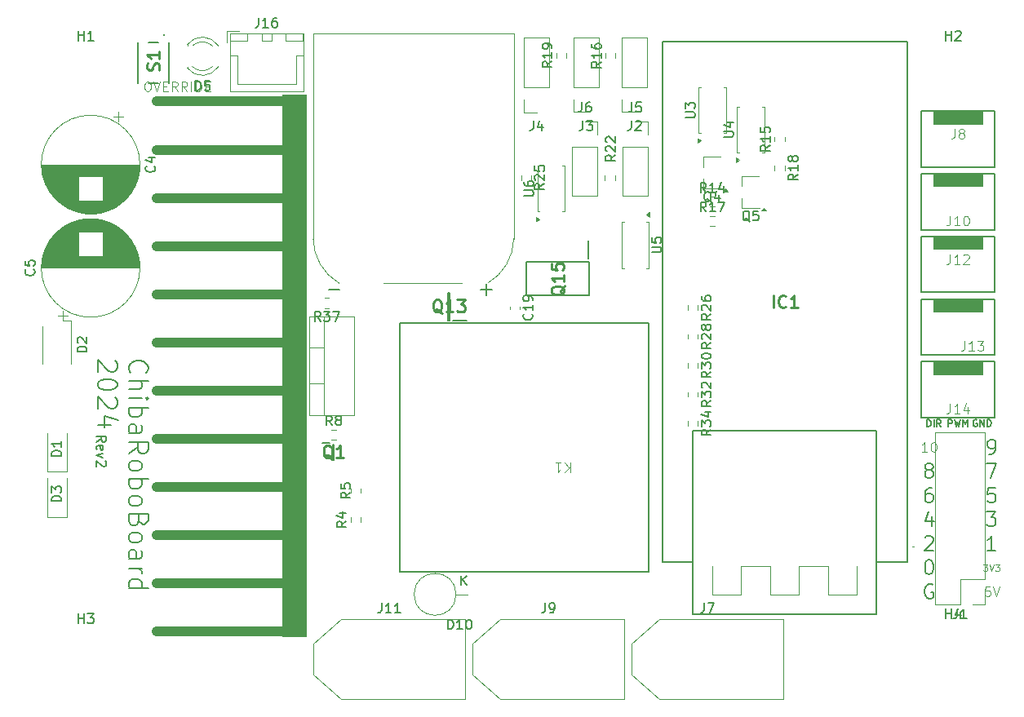
<source format=gbr>
%TF.GenerationSoftware,KiCad,Pcbnew,8.0.4*%
%TF.CreationDate,2024-09-03T11:52:29+09:00*%
%TF.ProjectId,chibarobo_board_2024,63686962-6172-46f6-926f-5f626f617264,rev?*%
%TF.SameCoordinates,Original*%
%TF.FileFunction,Legend,Top*%
%TF.FilePolarity,Positive*%
%FSLAX46Y46*%
G04 Gerber Fmt 4.6, Leading zero omitted, Abs format (unit mm)*
G04 Created by KiCad (PCBNEW 8.0.4) date 2024-09-03 11:52:29*
%MOMM*%
%LPD*%
G01*
G04 APERTURE LIST*
%ADD10C,0.187500*%
%ADD11C,0.200000*%
%ADD12C,0.150000*%
%ADD13C,0.100000*%
%ADD14C,0.125000*%
%ADD15C,0.087500*%
%ADD16C,0.254000*%
%ADD17C,0.120000*%
%ADD18C,1.000000*%
G04 APERTURE END LIST*
D10*
X198714286Y-94184178D02*
X199000000Y-94184178D01*
X199000000Y-94184178D02*
X199142857Y-94112750D01*
X199142857Y-94112750D02*
X199214286Y-94041321D01*
X199214286Y-94041321D02*
X199357143Y-93827035D01*
X199357143Y-93827035D02*
X199428572Y-93541321D01*
X199428572Y-93541321D02*
X199428572Y-92969892D01*
X199428572Y-92969892D02*
X199357143Y-92827035D01*
X199357143Y-92827035D02*
X199285715Y-92755607D01*
X199285715Y-92755607D02*
X199142857Y-92684178D01*
X199142857Y-92684178D02*
X198857143Y-92684178D01*
X198857143Y-92684178D02*
X198714286Y-92755607D01*
X198714286Y-92755607D02*
X198642857Y-92827035D01*
X198642857Y-92827035D02*
X198571429Y-92969892D01*
X198571429Y-92969892D02*
X198571429Y-93327035D01*
X198571429Y-93327035D02*
X198642857Y-93469892D01*
X198642857Y-93469892D02*
X198714286Y-93541321D01*
X198714286Y-93541321D02*
X198857143Y-93612750D01*
X198857143Y-93612750D02*
X199142857Y-93612750D01*
X199142857Y-93612750D02*
X199285715Y-93541321D01*
X199285715Y-93541321D02*
X199357143Y-93469892D01*
X199357143Y-93469892D02*
X199428572Y-93327035D01*
X192892857Y-107755607D02*
X192750000Y-107684178D01*
X192750000Y-107684178D02*
X192535714Y-107684178D01*
X192535714Y-107684178D02*
X192321428Y-107755607D01*
X192321428Y-107755607D02*
X192178571Y-107898464D01*
X192178571Y-107898464D02*
X192107142Y-108041321D01*
X192107142Y-108041321D02*
X192035714Y-108327035D01*
X192035714Y-108327035D02*
X192035714Y-108541321D01*
X192035714Y-108541321D02*
X192107142Y-108827035D01*
X192107142Y-108827035D02*
X192178571Y-108969892D01*
X192178571Y-108969892D02*
X192321428Y-109112750D01*
X192321428Y-109112750D02*
X192535714Y-109184178D01*
X192535714Y-109184178D02*
X192678571Y-109184178D01*
X192678571Y-109184178D02*
X192892857Y-109112750D01*
X192892857Y-109112750D02*
X192964285Y-109041321D01*
X192964285Y-109041321D02*
X192964285Y-108541321D01*
X192964285Y-108541321D02*
X192678571Y-108541321D01*
D11*
X109665526Y-85750625D02*
X109570288Y-85655387D01*
X109570288Y-85655387D02*
X109475049Y-85369673D01*
X109475049Y-85369673D02*
X109475049Y-85179197D01*
X109475049Y-85179197D02*
X109570288Y-84893482D01*
X109570288Y-84893482D02*
X109760764Y-84703006D01*
X109760764Y-84703006D02*
X109951240Y-84607768D01*
X109951240Y-84607768D02*
X110332192Y-84512530D01*
X110332192Y-84512530D02*
X110617907Y-84512530D01*
X110617907Y-84512530D02*
X110998859Y-84607768D01*
X110998859Y-84607768D02*
X111189335Y-84703006D01*
X111189335Y-84703006D02*
X111379811Y-84893482D01*
X111379811Y-84893482D02*
X111475049Y-85179197D01*
X111475049Y-85179197D02*
X111475049Y-85369673D01*
X111475049Y-85369673D02*
X111379811Y-85655387D01*
X111379811Y-85655387D02*
X111284573Y-85750625D01*
X109475049Y-86607768D02*
X111475049Y-86607768D01*
X109475049Y-87464911D02*
X110522668Y-87464911D01*
X110522668Y-87464911D02*
X110713145Y-87369673D01*
X110713145Y-87369673D02*
X110808383Y-87179197D01*
X110808383Y-87179197D02*
X110808383Y-86893482D01*
X110808383Y-86893482D02*
X110713145Y-86703006D01*
X110713145Y-86703006D02*
X110617907Y-86607768D01*
X109475049Y-88417292D02*
X110808383Y-88417292D01*
X111475049Y-88417292D02*
X111379811Y-88322054D01*
X111379811Y-88322054D02*
X111284573Y-88417292D01*
X111284573Y-88417292D02*
X111379811Y-88512530D01*
X111379811Y-88512530D02*
X111475049Y-88417292D01*
X111475049Y-88417292D02*
X111284573Y-88417292D01*
X109475049Y-89369673D02*
X111475049Y-89369673D01*
X110713145Y-89369673D02*
X110808383Y-89560149D01*
X110808383Y-89560149D02*
X110808383Y-89941102D01*
X110808383Y-89941102D02*
X110713145Y-90131578D01*
X110713145Y-90131578D02*
X110617907Y-90226816D01*
X110617907Y-90226816D02*
X110427430Y-90322054D01*
X110427430Y-90322054D02*
X109856002Y-90322054D01*
X109856002Y-90322054D02*
X109665526Y-90226816D01*
X109665526Y-90226816D02*
X109570288Y-90131578D01*
X109570288Y-90131578D02*
X109475049Y-89941102D01*
X109475049Y-89941102D02*
X109475049Y-89560149D01*
X109475049Y-89560149D02*
X109570288Y-89369673D01*
X109475049Y-92036340D02*
X110522668Y-92036340D01*
X110522668Y-92036340D02*
X110713145Y-91941102D01*
X110713145Y-91941102D02*
X110808383Y-91750626D01*
X110808383Y-91750626D02*
X110808383Y-91369673D01*
X110808383Y-91369673D02*
X110713145Y-91179197D01*
X109570288Y-92036340D02*
X109475049Y-91845864D01*
X109475049Y-91845864D02*
X109475049Y-91369673D01*
X109475049Y-91369673D02*
X109570288Y-91179197D01*
X109570288Y-91179197D02*
X109760764Y-91083959D01*
X109760764Y-91083959D02*
X109951240Y-91083959D01*
X109951240Y-91083959D02*
X110141716Y-91179197D01*
X110141716Y-91179197D02*
X110236954Y-91369673D01*
X110236954Y-91369673D02*
X110236954Y-91845864D01*
X110236954Y-91845864D02*
X110332192Y-92036340D01*
X109475049Y-94131578D02*
X110427430Y-93464911D01*
X109475049Y-92988721D02*
X111475049Y-92988721D01*
X111475049Y-92988721D02*
X111475049Y-93750626D01*
X111475049Y-93750626D02*
X111379811Y-93941102D01*
X111379811Y-93941102D02*
X111284573Y-94036340D01*
X111284573Y-94036340D02*
X111094097Y-94131578D01*
X111094097Y-94131578D02*
X110808383Y-94131578D01*
X110808383Y-94131578D02*
X110617907Y-94036340D01*
X110617907Y-94036340D02*
X110522668Y-93941102D01*
X110522668Y-93941102D02*
X110427430Y-93750626D01*
X110427430Y-93750626D02*
X110427430Y-92988721D01*
X109475049Y-95274435D02*
X109570288Y-95083959D01*
X109570288Y-95083959D02*
X109665526Y-94988721D01*
X109665526Y-94988721D02*
X109856002Y-94893483D01*
X109856002Y-94893483D02*
X110427430Y-94893483D01*
X110427430Y-94893483D02*
X110617907Y-94988721D01*
X110617907Y-94988721D02*
X110713145Y-95083959D01*
X110713145Y-95083959D02*
X110808383Y-95274435D01*
X110808383Y-95274435D02*
X110808383Y-95560150D01*
X110808383Y-95560150D02*
X110713145Y-95750626D01*
X110713145Y-95750626D02*
X110617907Y-95845864D01*
X110617907Y-95845864D02*
X110427430Y-95941102D01*
X110427430Y-95941102D02*
X109856002Y-95941102D01*
X109856002Y-95941102D02*
X109665526Y-95845864D01*
X109665526Y-95845864D02*
X109570288Y-95750626D01*
X109570288Y-95750626D02*
X109475049Y-95560150D01*
X109475049Y-95560150D02*
X109475049Y-95274435D01*
X109475049Y-96798245D02*
X111475049Y-96798245D01*
X110713145Y-96798245D02*
X110808383Y-96988721D01*
X110808383Y-96988721D02*
X110808383Y-97369674D01*
X110808383Y-97369674D02*
X110713145Y-97560150D01*
X110713145Y-97560150D02*
X110617907Y-97655388D01*
X110617907Y-97655388D02*
X110427430Y-97750626D01*
X110427430Y-97750626D02*
X109856002Y-97750626D01*
X109856002Y-97750626D02*
X109665526Y-97655388D01*
X109665526Y-97655388D02*
X109570288Y-97560150D01*
X109570288Y-97560150D02*
X109475049Y-97369674D01*
X109475049Y-97369674D02*
X109475049Y-96988721D01*
X109475049Y-96988721D02*
X109570288Y-96798245D01*
X109475049Y-98893483D02*
X109570288Y-98703007D01*
X109570288Y-98703007D02*
X109665526Y-98607769D01*
X109665526Y-98607769D02*
X109856002Y-98512531D01*
X109856002Y-98512531D02*
X110427430Y-98512531D01*
X110427430Y-98512531D02*
X110617907Y-98607769D01*
X110617907Y-98607769D02*
X110713145Y-98703007D01*
X110713145Y-98703007D02*
X110808383Y-98893483D01*
X110808383Y-98893483D02*
X110808383Y-99179198D01*
X110808383Y-99179198D02*
X110713145Y-99369674D01*
X110713145Y-99369674D02*
X110617907Y-99464912D01*
X110617907Y-99464912D02*
X110427430Y-99560150D01*
X110427430Y-99560150D02*
X109856002Y-99560150D01*
X109856002Y-99560150D02*
X109665526Y-99464912D01*
X109665526Y-99464912D02*
X109570288Y-99369674D01*
X109570288Y-99369674D02*
X109475049Y-99179198D01*
X109475049Y-99179198D02*
X109475049Y-98893483D01*
X110522668Y-101083960D02*
X110427430Y-101369674D01*
X110427430Y-101369674D02*
X110332192Y-101464912D01*
X110332192Y-101464912D02*
X110141716Y-101560150D01*
X110141716Y-101560150D02*
X109856002Y-101560150D01*
X109856002Y-101560150D02*
X109665526Y-101464912D01*
X109665526Y-101464912D02*
X109570288Y-101369674D01*
X109570288Y-101369674D02*
X109475049Y-101179198D01*
X109475049Y-101179198D02*
X109475049Y-100417293D01*
X109475049Y-100417293D02*
X111475049Y-100417293D01*
X111475049Y-100417293D02*
X111475049Y-101083960D01*
X111475049Y-101083960D02*
X111379811Y-101274436D01*
X111379811Y-101274436D02*
X111284573Y-101369674D01*
X111284573Y-101369674D02*
X111094097Y-101464912D01*
X111094097Y-101464912D02*
X110903621Y-101464912D01*
X110903621Y-101464912D02*
X110713145Y-101369674D01*
X110713145Y-101369674D02*
X110617907Y-101274436D01*
X110617907Y-101274436D02*
X110522668Y-101083960D01*
X110522668Y-101083960D02*
X110522668Y-100417293D01*
X109475049Y-102703007D02*
X109570288Y-102512531D01*
X109570288Y-102512531D02*
X109665526Y-102417293D01*
X109665526Y-102417293D02*
X109856002Y-102322055D01*
X109856002Y-102322055D02*
X110427430Y-102322055D01*
X110427430Y-102322055D02*
X110617907Y-102417293D01*
X110617907Y-102417293D02*
X110713145Y-102512531D01*
X110713145Y-102512531D02*
X110808383Y-102703007D01*
X110808383Y-102703007D02*
X110808383Y-102988722D01*
X110808383Y-102988722D02*
X110713145Y-103179198D01*
X110713145Y-103179198D02*
X110617907Y-103274436D01*
X110617907Y-103274436D02*
X110427430Y-103369674D01*
X110427430Y-103369674D02*
X109856002Y-103369674D01*
X109856002Y-103369674D02*
X109665526Y-103274436D01*
X109665526Y-103274436D02*
X109570288Y-103179198D01*
X109570288Y-103179198D02*
X109475049Y-102988722D01*
X109475049Y-102988722D02*
X109475049Y-102703007D01*
X109475049Y-105083960D02*
X110522668Y-105083960D01*
X110522668Y-105083960D02*
X110713145Y-104988722D01*
X110713145Y-104988722D02*
X110808383Y-104798246D01*
X110808383Y-104798246D02*
X110808383Y-104417293D01*
X110808383Y-104417293D02*
X110713145Y-104226817D01*
X109570288Y-105083960D02*
X109475049Y-104893484D01*
X109475049Y-104893484D02*
X109475049Y-104417293D01*
X109475049Y-104417293D02*
X109570288Y-104226817D01*
X109570288Y-104226817D02*
X109760764Y-104131579D01*
X109760764Y-104131579D02*
X109951240Y-104131579D01*
X109951240Y-104131579D02*
X110141716Y-104226817D01*
X110141716Y-104226817D02*
X110236954Y-104417293D01*
X110236954Y-104417293D02*
X110236954Y-104893484D01*
X110236954Y-104893484D02*
X110332192Y-105083960D01*
X109475049Y-106036341D02*
X110808383Y-106036341D01*
X110427430Y-106036341D02*
X110617907Y-106131579D01*
X110617907Y-106131579D02*
X110713145Y-106226817D01*
X110713145Y-106226817D02*
X110808383Y-106417293D01*
X110808383Y-106417293D02*
X110808383Y-106607770D01*
X109475049Y-108131579D02*
X111475049Y-108131579D01*
X109570288Y-108131579D02*
X109475049Y-107941103D01*
X109475049Y-107941103D02*
X109475049Y-107560150D01*
X109475049Y-107560150D02*
X109570288Y-107369674D01*
X109570288Y-107369674D02*
X109665526Y-107274436D01*
X109665526Y-107274436D02*
X109856002Y-107179198D01*
X109856002Y-107179198D02*
X110427430Y-107179198D01*
X110427430Y-107179198D02*
X110617907Y-107274436D01*
X110617907Y-107274436D02*
X110713145Y-107369674D01*
X110713145Y-107369674D02*
X110808383Y-107560150D01*
X110808383Y-107560150D02*
X110808383Y-107941103D01*
X110808383Y-107941103D02*
X110713145Y-108131579D01*
X108064685Y-84512530D02*
X108159923Y-84607768D01*
X108159923Y-84607768D02*
X108255161Y-84798244D01*
X108255161Y-84798244D02*
X108255161Y-85274435D01*
X108255161Y-85274435D02*
X108159923Y-85464911D01*
X108159923Y-85464911D02*
X108064685Y-85560149D01*
X108064685Y-85560149D02*
X107874209Y-85655387D01*
X107874209Y-85655387D02*
X107683733Y-85655387D01*
X107683733Y-85655387D02*
X107398019Y-85560149D01*
X107398019Y-85560149D02*
X106255161Y-84417292D01*
X106255161Y-84417292D02*
X106255161Y-85655387D01*
X108255161Y-86893482D02*
X108255161Y-87083959D01*
X108255161Y-87083959D02*
X108159923Y-87274435D01*
X108159923Y-87274435D02*
X108064685Y-87369673D01*
X108064685Y-87369673D02*
X107874209Y-87464911D01*
X107874209Y-87464911D02*
X107493257Y-87560149D01*
X107493257Y-87560149D02*
X107017066Y-87560149D01*
X107017066Y-87560149D02*
X106636114Y-87464911D01*
X106636114Y-87464911D02*
X106445638Y-87369673D01*
X106445638Y-87369673D02*
X106350400Y-87274435D01*
X106350400Y-87274435D02*
X106255161Y-87083959D01*
X106255161Y-87083959D02*
X106255161Y-86893482D01*
X106255161Y-86893482D02*
X106350400Y-86703006D01*
X106350400Y-86703006D02*
X106445638Y-86607768D01*
X106445638Y-86607768D02*
X106636114Y-86512530D01*
X106636114Y-86512530D02*
X107017066Y-86417292D01*
X107017066Y-86417292D02*
X107493257Y-86417292D01*
X107493257Y-86417292D02*
X107874209Y-86512530D01*
X107874209Y-86512530D02*
X108064685Y-86607768D01*
X108064685Y-86607768D02*
X108159923Y-86703006D01*
X108159923Y-86703006D02*
X108255161Y-86893482D01*
X108064685Y-88322054D02*
X108159923Y-88417292D01*
X108159923Y-88417292D02*
X108255161Y-88607768D01*
X108255161Y-88607768D02*
X108255161Y-89083959D01*
X108255161Y-89083959D02*
X108159923Y-89274435D01*
X108159923Y-89274435D02*
X108064685Y-89369673D01*
X108064685Y-89369673D02*
X107874209Y-89464911D01*
X107874209Y-89464911D02*
X107683733Y-89464911D01*
X107683733Y-89464911D02*
X107398019Y-89369673D01*
X107398019Y-89369673D02*
X106255161Y-88226816D01*
X106255161Y-88226816D02*
X106255161Y-89464911D01*
X107588495Y-91179197D02*
X106255161Y-91179197D01*
X108350400Y-90703006D02*
X106921828Y-90226816D01*
X106921828Y-90226816D02*
X106921828Y-91464911D01*
D10*
X192428572Y-105184178D02*
X192571429Y-105184178D01*
X192571429Y-105184178D02*
X192714286Y-105255607D01*
X192714286Y-105255607D02*
X192785715Y-105327035D01*
X192785715Y-105327035D02*
X192857143Y-105469892D01*
X192857143Y-105469892D02*
X192928572Y-105755607D01*
X192928572Y-105755607D02*
X192928572Y-106112750D01*
X192928572Y-106112750D02*
X192857143Y-106398464D01*
X192857143Y-106398464D02*
X192785715Y-106541321D01*
X192785715Y-106541321D02*
X192714286Y-106612750D01*
X192714286Y-106612750D02*
X192571429Y-106684178D01*
X192571429Y-106684178D02*
X192428572Y-106684178D01*
X192428572Y-106684178D02*
X192285715Y-106612750D01*
X192285715Y-106612750D02*
X192214286Y-106541321D01*
X192214286Y-106541321D02*
X192142857Y-106398464D01*
X192142857Y-106398464D02*
X192071429Y-106112750D01*
X192071429Y-106112750D02*
X192071429Y-105755607D01*
X192071429Y-105755607D02*
X192142857Y-105469892D01*
X192142857Y-105469892D02*
X192214286Y-105327035D01*
X192214286Y-105327035D02*
X192285715Y-105255607D01*
X192285715Y-105255607D02*
X192428572Y-105184178D01*
D12*
X106130180Y-92908207D02*
X106606371Y-92574874D01*
X106130180Y-92336779D02*
X107130180Y-92336779D01*
X107130180Y-92336779D02*
X107130180Y-92717731D01*
X107130180Y-92717731D02*
X107082561Y-92812969D01*
X107082561Y-92812969D02*
X107034942Y-92860588D01*
X107034942Y-92860588D02*
X106939704Y-92908207D01*
X106939704Y-92908207D02*
X106796847Y-92908207D01*
X106796847Y-92908207D02*
X106701609Y-92860588D01*
X106701609Y-92860588D02*
X106653990Y-92812969D01*
X106653990Y-92812969D02*
X106606371Y-92717731D01*
X106606371Y-92717731D02*
X106606371Y-92336779D01*
X106177800Y-93717731D02*
X106130180Y-93622493D01*
X106130180Y-93622493D02*
X106130180Y-93432017D01*
X106130180Y-93432017D02*
X106177800Y-93336779D01*
X106177800Y-93336779D02*
X106273038Y-93289160D01*
X106273038Y-93289160D02*
X106653990Y-93289160D01*
X106653990Y-93289160D02*
X106749228Y-93336779D01*
X106749228Y-93336779D02*
X106796847Y-93432017D01*
X106796847Y-93432017D02*
X106796847Y-93622493D01*
X106796847Y-93622493D02*
X106749228Y-93717731D01*
X106749228Y-93717731D02*
X106653990Y-93765350D01*
X106653990Y-93765350D02*
X106558752Y-93765350D01*
X106558752Y-93765350D02*
X106463514Y-93289160D01*
X106796847Y-94098684D02*
X106130180Y-94336779D01*
X106130180Y-94336779D02*
X106796847Y-94574874D01*
X107034942Y-94908208D02*
X107082561Y-94955827D01*
X107082561Y-94955827D02*
X107130180Y-95051065D01*
X107130180Y-95051065D02*
X107130180Y-95289160D01*
X107130180Y-95289160D02*
X107082561Y-95384398D01*
X107082561Y-95384398D02*
X107034942Y-95432017D01*
X107034942Y-95432017D02*
X106939704Y-95479636D01*
X106939704Y-95479636D02*
X106844466Y-95479636D01*
X106844466Y-95479636D02*
X106701609Y-95432017D01*
X106701609Y-95432017D02*
X106130180Y-94860589D01*
X106130180Y-94860589D02*
X106130180Y-95479636D01*
D10*
X192071429Y-102827035D02*
X192142857Y-102755607D01*
X192142857Y-102755607D02*
X192285715Y-102684178D01*
X192285715Y-102684178D02*
X192642857Y-102684178D01*
X192642857Y-102684178D02*
X192785715Y-102755607D01*
X192785715Y-102755607D02*
X192857143Y-102827035D01*
X192857143Y-102827035D02*
X192928572Y-102969892D01*
X192928572Y-102969892D02*
X192928572Y-103112750D01*
X192928572Y-103112750D02*
X192857143Y-103327035D01*
X192857143Y-103327035D02*
X192000000Y-104184178D01*
X192000000Y-104184178D02*
X192928572Y-104184178D01*
X199357143Y-97684178D02*
X198642857Y-97684178D01*
X198642857Y-97684178D02*
X198571429Y-98398464D01*
X198571429Y-98398464D02*
X198642857Y-98327035D01*
X198642857Y-98327035D02*
X198785715Y-98255607D01*
X198785715Y-98255607D02*
X199142857Y-98255607D01*
X199142857Y-98255607D02*
X199285715Y-98327035D01*
X199285715Y-98327035D02*
X199357143Y-98398464D01*
X199357143Y-98398464D02*
X199428572Y-98541321D01*
X199428572Y-98541321D02*
X199428572Y-98898464D01*
X199428572Y-98898464D02*
X199357143Y-99041321D01*
X199357143Y-99041321D02*
X199285715Y-99112750D01*
X199285715Y-99112750D02*
X199142857Y-99184178D01*
X199142857Y-99184178D02*
X198785715Y-99184178D01*
X198785715Y-99184178D02*
X198642857Y-99112750D01*
X198642857Y-99112750D02*
X198571429Y-99041321D01*
X198500000Y-100184178D02*
X199428572Y-100184178D01*
X199428572Y-100184178D02*
X198928572Y-100755607D01*
X198928572Y-100755607D02*
X199142857Y-100755607D01*
X199142857Y-100755607D02*
X199285715Y-100827035D01*
X199285715Y-100827035D02*
X199357143Y-100898464D01*
X199357143Y-100898464D02*
X199428572Y-101041321D01*
X199428572Y-101041321D02*
X199428572Y-101398464D01*
X199428572Y-101398464D02*
X199357143Y-101541321D01*
X199357143Y-101541321D02*
X199285715Y-101612750D01*
X199285715Y-101612750D02*
X199142857Y-101684178D01*
X199142857Y-101684178D02*
X198714286Y-101684178D01*
X198714286Y-101684178D02*
X198571429Y-101612750D01*
X198571429Y-101612750D02*
X198500000Y-101541321D01*
D13*
X111332591Y-55532847D02*
X111523067Y-55532847D01*
X111523067Y-55532847D02*
X111618305Y-55580466D01*
X111618305Y-55580466D02*
X111713543Y-55675704D01*
X111713543Y-55675704D02*
X111761162Y-55866180D01*
X111761162Y-55866180D02*
X111761162Y-56199513D01*
X111761162Y-56199513D02*
X111713543Y-56389989D01*
X111713543Y-56389989D02*
X111618305Y-56485228D01*
X111618305Y-56485228D02*
X111523067Y-56532847D01*
X111523067Y-56532847D02*
X111332591Y-56532847D01*
X111332591Y-56532847D02*
X111237353Y-56485228D01*
X111237353Y-56485228D02*
X111142115Y-56389989D01*
X111142115Y-56389989D02*
X111094496Y-56199513D01*
X111094496Y-56199513D02*
X111094496Y-55866180D01*
X111094496Y-55866180D02*
X111142115Y-55675704D01*
X111142115Y-55675704D02*
X111237353Y-55580466D01*
X111237353Y-55580466D02*
X111332591Y-55532847D01*
X112046877Y-55532847D02*
X112380210Y-56532847D01*
X112380210Y-56532847D02*
X112713543Y-55532847D01*
X113046877Y-56009037D02*
X113380210Y-56009037D01*
X113523067Y-56532847D02*
X113046877Y-56532847D01*
X113046877Y-56532847D02*
X113046877Y-55532847D01*
X113046877Y-55532847D02*
X113523067Y-55532847D01*
X114523067Y-56532847D02*
X114189734Y-56056656D01*
X113951639Y-56532847D02*
X113951639Y-55532847D01*
X113951639Y-55532847D02*
X114332591Y-55532847D01*
X114332591Y-55532847D02*
X114427829Y-55580466D01*
X114427829Y-55580466D02*
X114475448Y-55628085D01*
X114475448Y-55628085D02*
X114523067Y-55723323D01*
X114523067Y-55723323D02*
X114523067Y-55866180D01*
X114523067Y-55866180D02*
X114475448Y-55961418D01*
X114475448Y-55961418D02*
X114427829Y-56009037D01*
X114427829Y-56009037D02*
X114332591Y-56056656D01*
X114332591Y-56056656D02*
X113951639Y-56056656D01*
X115523067Y-56532847D02*
X115189734Y-56056656D01*
X114951639Y-56532847D02*
X114951639Y-55532847D01*
X114951639Y-55532847D02*
X115332591Y-55532847D01*
X115332591Y-55532847D02*
X115427829Y-55580466D01*
X115427829Y-55580466D02*
X115475448Y-55628085D01*
X115475448Y-55628085D02*
X115523067Y-55723323D01*
X115523067Y-55723323D02*
X115523067Y-55866180D01*
X115523067Y-55866180D02*
X115475448Y-55961418D01*
X115475448Y-55961418D02*
X115427829Y-56009037D01*
X115427829Y-56009037D02*
X115332591Y-56056656D01*
X115332591Y-56056656D02*
X114951639Y-56056656D01*
X115951639Y-56532847D02*
X115951639Y-55532847D01*
X116427829Y-56532847D02*
X116427829Y-55532847D01*
X116427829Y-55532847D02*
X116665924Y-55532847D01*
X116665924Y-55532847D02*
X116808781Y-55580466D01*
X116808781Y-55580466D02*
X116904019Y-55675704D01*
X116904019Y-55675704D02*
X116951638Y-55770942D01*
X116951638Y-55770942D02*
X116999257Y-55961418D01*
X116999257Y-55961418D02*
X116999257Y-56104275D01*
X116999257Y-56104275D02*
X116951638Y-56294751D01*
X116951638Y-56294751D02*
X116904019Y-56389989D01*
X116904019Y-56389989D02*
X116808781Y-56485228D01*
X116808781Y-56485228D02*
X116665924Y-56532847D01*
X116665924Y-56532847D02*
X116427829Y-56532847D01*
X117427829Y-56009037D02*
X117761162Y-56009037D01*
X117904019Y-56532847D02*
X117427829Y-56532847D01*
X117427829Y-56532847D02*
X117427829Y-55532847D01*
X117427829Y-55532847D02*
X117904019Y-55532847D01*
D10*
X192357143Y-95827035D02*
X192214286Y-95755607D01*
X192214286Y-95755607D02*
X192142857Y-95684178D01*
X192142857Y-95684178D02*
X192071429Y-95541321D01*
X192071429Y-95541321D02*
X192071429Y-95469892D01*
X192071429Y-95469892D02*
X192142857Y-95327035D01*
X192142857Y-95327035D02*
X192214286Y-95255607D01*
X192214286Y-95255607D02*
X192357143Y-95184178D01*
X192357143Y-95184178D02*
X192642857Y-95184178D01*
X192642857Y-95184178D02*
X192785715Y-95255607D01*
X192785715Y-95255607D02*
X192857143Y-95327035D01*
X192857143Y-95327035D02*
X192928572Y-95469892D01*
X192928572Y-95469892D02*
X192928572Y-95541321D01*
X192928572Y-95541321D02*
X192857143Y-95684178D01*
X192857143Y-95684178D02*
X192785715Y-95755607D01*
X192785715Y-95755607D02*
X192642857Y-95827035D01*
X192642857Y-95827035D02*
X192357143Y-95827035D01*
X192357143Y-95827035D02*
X192214286Y-95898464D01*
X192214286Y-95898464D02*
X192142857Y-95969892D01*
X192142857Y-95969892D02*
X192071429Y-96112750D01*
X192071429Y-96112750D02*
X192071429Y-96398464D01*
X192071429Y-96398464D02*
X192142857Y-96541321D01*
X192142857Y-96541321D02*
X192214286Y-96612750D01*
X192214286Y-96612750D02*
X192357143Y-96684178D01*
X192357143Y-96684178D02*
X192642857Y-96684178D01*
X192642857Y-96684178D02*
X192785715Y-96612750D01*
X192785715Y-96612750D02*
X192857143Y-96541321D01*
X192857143Y-96541321D02*
X192928572Y-96398464D01*
X192928572Y-96398464D02*
X192928572Y-96112750D01*
X192928572Y-96112750D02*
X192857143Y-95969892D01*
X192857143Y-95969892D02*
X192785715Y-95898464D01*
X192785715Y-95898464D02*
X192642857Y-95827035D01*
X199428572Y-104184178D02*
X198571429Y-104184178D01*
X199000000Y-104184178D02*
X199000000Y-102684178D01*
X199000000Y-102684178D02*
X198857143Y-102898464D01*
X198857143Y-102898464D02*
X198714286Y-103041321D01*
X198714286Y-103041321D02*
X198571429Y-103112750D01*
D14*
X192309523Y-93956119D02*
X191738095Y-93956119D01*
X192023809Y-93956119D02*
X192023809Y-92956119D01*
X192023809Y-92956119D02*
X191928571Y-93098976D01*
X191928571Y-93098976D02*
X191833333Y-93194214D01*
X191833333Y-93194214D02*
X191738095Y-93241833D01*
X192928571Y-92956119D02*
X193023809Y-92956119D01*
X193023809Y-92956119D02*
X193119047Y-93003738D01*
X193119047Y-93003738D02*
X193166666Y-93051357D01*
X193166666Y-93051357D02*
X193214285Y-93146595D01*
X193214285Y-93146595D02*
X193261904Y-93337071D01*
X193261904Y-93337071D02*
X193261904Y-93575166D01*
X193261904Y-93575166D02*
X193214285Y-93765642D01*
X193214285Y-93765642D02*
X193166666Y-93860880D01*
X193166666Y-93860880D02*
X193119047Y-93908500D01*
X193119047Y-93908500D02*
X193023809Y-93956119D01*
X193023809Y-93956119D02*
X192928571Y-93956119D01*
X192928571Y-93956119D02*
X192833333Y-93908500D01*
X192833333Y-93908500D02*
X192785714Y-93860880D01*
X192785714Y-93860880D02*
X192738095Y-93765642D01*
X192738095Y-93765642D02*
X192690476Y-93575166D01*
X192690476Y-93575166D02*
X192690476Y-93337071D01*
X192690476Y-93337071D02*
X192738095Y-93146595D01*
X192738095Y-93146595D02*
X192785714Y-93051357D01*
X192785714Y-93051357D02*
X192833333Y-93003738D01*
X192833333Y-93003738D02*
X192928571Y-92956119D01*
D12*
X194516666Y-91316033D02*
X194516666Y-90616033D01*
X194516666Y-90616033D02*
X194783333Y-90616033D01*
X194783333Y-90616033D02*
X194850000Y-90649366D01*
X194850000Y-90649366D02*
X194883333Y-90682700D01*
X194883333Y-90682700D02*
X194916666Y-90749366D01*
X194916666Y-90749366D02*
X194916666Y-90849366D01*
X194916666Y-90849366D02*
X194883333Y-90916033D01*
X194883333Y-90916033D02*
X194850000Y-90949366D01*
X194850000Y-90949366D02*
X194783333Y-90982700D01*
X194783333Y-90982700D02*
X194516666Y-90982700D01*
X195150000Y-90616033D02*
X195316666Y-91316033D01*
X195316666Y-91316033D02*
X195450000Y-90816033D01*
X195450000Y-90816033D02*
X195583333Y-91316033D01*
X195583333Y-91316033D02*
X195750000Y-90616033D01*
X196016666Y-91316033D02*
X196016666Y-90616033D01*
X196016666Y-90616033D02*
X196250000Y-91116033D01*
X196250000Y-91116033D02*
X196483333Y-90616033D01*
X196483333Y-90616033D02*
X196483333Y-91316033D01*
X197466667Y-90649366D02*
X197400000Y-90616033D01*
X197400000Y-90616033D02*
X197300000Y-90616033D01*
X197300000Y-90616033D02*
X197200000Y-90649366D01*
X197200000Y-90649366D02*
X197133334Y-90716033D01*
X197133334Y-90716033D02*
X197100000Y-90782700D01*
X197100000Y-90782700D02*
X197066667Y-90916033D01*
X197066667Y-90916033D02*
X197066667Y-91016033D01*
X197066667Y-91016033D02*
X197100000Y-91149366D01*
X197100000Y-91149366D02*
X197133334Y-91216033D01*
X197133334Y-91216033D02*
X197200000Y-91282700D01*
X197200000Y-91282700D02*
X197300000Y-91316033D01*
X197300000Y-91316033D02*
X197366667Y-91316033D01*
X197366667Y-91316033D02*
X197466667Y-91282700D01*
X197466667Y-91282700D02*
X197500000Y-91249366D01*
X197500000Y-91249366D02*
X197500000Y-91016033D01*
X197500000Y-91016033D02*
X197366667Y-91016033D01*
X197800000Y-91316033D02*
X197800000Y-90616033D01*
X197800000Y-90616033D02*
X198200000Y-91316033D01*
X198200000Y-91316033D02*
X198200000Y-90616033D01*
X198533333Y-91316033D02*
X198533333Y-90616033D01*
X198533333Y-90616033D02*
X198700000Y-90616033D01*
X198700000Y-90616033D02*
X198800000Y-90649366D01*
X198800000Y-90649366D02*
X198866667Y-90716033D01*
X198866667Y-90716033D02*
X198900000Y-90782700D01*
X198900000Y-90782700D02*
X198933333Y-90916033D01*
X198933333Y-90916033D02*
X198933333Y-91016033D01*
X198933333Y-91016033D02*
X198900000Y-91149366D01*
X198900000Y-91149366D02*
X198866667Y-91216033D01*
X198866667Y-91216033D02*
X198800000Y-91282700D01*
X198800000Y-91282700D02*
X198700000Y-91316033D01*
X198700000Y-91316033D02*
X198533333Y-91316033D01*
D14*
X198809523Y-107956119D02*
X198333333Y-107956119D01*
X198333333Y-107956119D02*
X198285714Y-108432309D01*
X198285714Y-108432309D02*
X198333333Y-108384690D01*
X198333333Y-108384690D02*
X198428571Y-108337071D01*
X198428571Y-108337071D02*
X198666666Y-108337071D01*
X198666666Y-108337071D02*
X198761904Y-108384690D01*
X198761904Y-108384690D02*
X198809523Y-108432309D01*
X198809523Y-108432309D02*
X198857142Y-108527547D01*
X198857142Y-108527547D02*
X198857142Y-108765642D01*
X198857142Y-108765642D02*
X198809523Y-108860880D01*
X198809523Y-108860880D02*
X198761904Y-108908500D01*
X198761904Y-108908500D02*
X198666666Y-108956119D01*
X198666666Y-108956119D02*
X198428571Y-108956119D01*
X198428571Y-108956119D02*
X198333333Y-108908500D01*
X198333333Y-108908500D02*
X198285714Y-108860880D01*
X199142857Y-107956119D02*
X199476190Y-108956119D01*
X199476190Y-108956119D02*
X199809523Y-107956119D01*
D10*
X192785715Y-97684178D02*
X192500000Y-97684178D01*
X192500000Y-97684178D02*
X192357143Y-97755607D01*
X192357143Y-97755607D02*
X192285715Y-97827035D01*
X192285715Y-97827035D02*
X192142857Y-98041321D01*
X192142857Y-98041321D02*
X192071429Y-98327035D01*
X192071429Y-98327035D02*
X192071429Y-98898464D01*
X192071429Y-98898464D02*
X192142857Y-99041321D01*
X192142857Y-99041321D02*
X192214286Y-99112750D01*
X192214286Y-99112750D02*
X192357143Y-99184178D01*
X192357143Y-99184178D02*
X192642857Y-99184178D01*
X192642857Y-99184178D02*
X192785715Y-99112750D01*
X192785715Y-99112750D02*
X192857143Y-99041321D01*
X192857143Y-99041321D02*
X192928572Y-98898464D01*
X192928572Y-98898464D02*
X192928572Y-98541321D01*
X192928572Y-98541321D02*
X192857143Y-98398464D01*
X192857143Y-98398464D02*
X192785715Y-98327035D01*
X192785715Y-98327035D02*
X192642857Y-98255607D01*
X192642857Y-98255607D02*
X192357143Y-98255607D01*
X192357143Y-98255607D02*
X192214286Y-98327035D01*
X192214286Y-98327035D02*
X192142857Y-98398464D01*
X192142857Y-98398464D02*
X192071429Y-98541321D01*
X198500000Y-95184178D02*
X199500000Y-95184178D01*
X199500000Y-95184178D02*
X198857143Y-96684178D01*
D12*
X192300000Y-91316033D02*
X192300000Y-90616033D01*
X192300000Y-90616033D02*
X192466667Y-90616033D01*
X192466667Y-90616033D02*
X192566667Y-90649366D01*
X192566667Y-90649366D02*
X192633334Y-90716033D01*
X192633334Y-90716033D02*
X192666667Y-90782700D01*
X192666667Y-90782700D02*
X192700000Y-90916033D01*
X192700000Y-90916033D02*
X192700000Y-91016033D01*
X192700000Y-91016033D02*
X192666667Y-91149366D01*
X192666667Y-91149366D02*
X192633334Y-91216033D01*
X192633334Y-91216033D02*
X192566667Y-91282700D01*
X192566667Y-91282700D02*
X192466667Y-91316033D01*
X192466667Y-91316033D02*
X192300000Y-91316033D01*
X193000000Y-91316033D02*
X193000000Y-90616033D01*
X193733333Y-91316033D02*
X193500000Y-90982700D01*
X193333333Y-91316033D02*
X193333333Y-90616033D01*
X193333333Y-90616033D02*
X193600000Y-90616033D01*
X193600000Y-90616033D02*
X193666667Y-90649366D01*
X193666667Y-90649366D02*
X193700000Y-90682700D01*
X193700000Y-90682700D02*
X193733333Y-90749366D01*
X193733333Y-90749366D02*
X193733333Y-90849366D01*
X193733333Y-90849366D02*
X193700000Y-90916033D01*
X193700000Y-90916033D02*
X193666667Y-90949366D01*
X193666667Y-90949366D02*
X193600000Y-90982700D01*
X193600000Y-90982700D02*
X193333333Y-90982700D01*
D15*
X198133333Y-105619283D02*
X198566666Y-105619283D01*
X198566666Y-105619283D02*
X198333333Y-105885950D01*
X198333333Y-105885950D02*
X198433333Y-105885950D01*
X198433333Y-105885950D02*
X198499999Y-105919283D01*
X198499999Y-105919283D02*
X198533333Y-105952616D01*
X198533333Y-105952616D02*
X198566666Y-106019283D01*
X198566666Y-106019283D02*
X198566666Y-106185950D01*
X198566666Y-106185950D02*
X198533333Y-106252616D01*
X198533333Y-106252616D02*
X198499999Y-106285950D01*
X198499999Y-106285950D02*
X198433333Y-106319283D01*
X198433333Y-106319283D02*
X198233333Y-106319283D01*
X198233333Y-106319283D02*
X198166666Y-106285950D01*
X198166666Y-106285950D02*
X198133333Y-106252616D01*
X198766666Y-105619283D02*
X199000000Y-106319283D01*
X199000000Y-106319283D02*
X199233333Y-105619283D01*
X199400000Y-105619283D02*
X199833333Y-105619283D01*
X199833333Y-105619283D02*
X199600000Y-105885950D01*
X199600000Y-105885950D02*
X199700000Y-105885950D01*
X199700000Y-105885950D02*
X199766666Y-105919283D01*
X199766666Y-105919283D02*
X199800000Y-105952616D01*
X199800000Y-105952616D02*
X199833333Y-106019283D01*
X199833333Y-106019283D02*
X199833333Y-106185950D01*
X199833333Y-106185950D02*
X199800000Y-106252616D01*
X199800000Y-106252616D02*
X199766666Y-106285950D01*
X199766666Y-106285950D02*
X199700000Y-106319283D01*
X199700000Y-106319283D02*
X199500000Y-106319283D01*
X199500000Y-106319283D02*
X199433333Y-106285950D01*
X199433333Y-106285950D02*
X199400000Y-106252616D01*
D10*
X192785715Y-100684178D02*
X192785715Y-101684178D01*
X192428572Y-100112750D02*
X192071429Y-101184178D01*
X192071429Y-101184178D02*
X193000000Y-101184178D01*
D12*
X102454819Y-99088094D02*
X101454819Y-99088094D01*
X101454819Y-99088094D02*
X101454819Y-98849999D01*
X101454819Y-98849999D02*
X101502438Y-98707142D01*
X101502438Y-98707142D02*
X101597676Y-98611904D01*
X101597676Y-98611904D02*
X101692914Y-98564285D01*
X101692914Y-98564285D02*
X101883390Y-98516666D01*
X101883390Y-98516666D02*
X102026247Y-98516666D01*
X102026247Y-98516666D02*
X102216723Y-98564285D01*
X102216723Y-98564285D02*
X102311961Y-98611904D01*
X102311961Y-98611904D02*
X102407200Y-98707142D01*
X102407200Y-98707142D02*
X102454819Y-98849999D01*
X102454819Y-98849999D02*
X102454819Y-99088094D01*
X101454819Y-98183332D02*
X101454819Y-97564285D01*
X101454819Y-97564285D02*
X101835771Y-97897618D01*
X101835771Y-97897618D02*
X101835771Y-97754761D01*
X101835771Y-97754761D02*
X101883390Y-97659523D01*
X101883390Y-97659523D02*
X101931009Y-97611904D01*
X101931009Y-97611904D02*
X102026247Y-97564285D01*
X102026247Y-97564285D02*
X102264342Y-97564285D01*
X102264342Y-97564285D02*
X102359580Y-97611904D01*
X102359580Y-97611904D02*
X102407200Y-97659523D01*
X102407200Y-97659523D02*
X102454819Y-97754761D01*
X102454819Y-97754761D02*
X102454819Y-98040475D01*
X102454819Y-98040475D02*
X102407200Y-98135713D01*
X102407200Y-98135713D02*
X102359580Y-98183332D01*
X169904761Y-68050057D02*
X169809523Y-68002438D01*
X169809523Y-68002438D02*
X169714285Y-67907200D01*
X169714285Y-67907200D02*
X169571428Y-67764342D01*
X169571428Y-67764342D02*
X169476190Y-67716723D01*
X169476190Y-67716723D02*
X169380952Y-67716723D01*
X169428571Y-67954819D02*
X169333333Y-67907200D01*
X169333333Y-67907200D02*
X169238095Y-67811961D01*
X169238095Y-67811961D02*
X169190476Y-67621485D01*
X169190476Y-67621485D02*
X169190476Y-67288152D01*
X169190476Y-67288152D02*
X169238095Y-67097676D01*
X169238095Y-67097676D02*
X169333333Y-67002438D01*
X169333333Y-67002438D02*
X169428571Y-66954819D01*
X169428571Y-66954819D02*
X169619047Y-66954819D01*
X169619047Y-66954819D02*
X169714285Y-67002438D01*
X169714285Y-67002438D02*
X169809523Y-67097676D01*
X169809523Y-67097676D02*
X169857142Y-67288152D01*
X169857142Y-67288152D02*
X169857142Y-67621485D01*
X169857142Y-67621485D02*
X169809523Y-67811961D01*
X169809523Y-67811961D02*
X169714285Y-67907200D01*
X169714285Y-67907200D02*
X169619047Y-67954819D01*
X169619047Y-67954819D02*
X169428571Y-67954819D01*
X170714285Y-67288152D02*
X170714285Y-67954819D01*
X170476190Y-66907200D02*
X170238095Y-67621485D01*
X170238095Y-67621485D02*
X170857142Y-67621485D01*
X159954819Y-63142857D02*
X159478628Y-63476190D01*
X159954819Y-63714285D02*
X158954819Y-63714285D01*
X158954819Y-63714285D02*
X158954819Y-63333333D01*
X158954819Y-63333333D02*
X159002438Y-63238095D01*
X159002438Y-63238095D02*
X159050057Y-63190476D01*
X159050057Y-63190476D02*
X159145295Y-63142857D01*
X159145295Y-63142857D02*
X159288152Y-63142857D01*
X159288152Y-63142857D02*
X159383390Y-63190476D01*
X159383390Y-63190476D02*
X159431009Y-63238095D01*
X159431009Y-63238095D02*
X159478628Y-63333333D01*
X159478628Y-63333333D02*
X159478628Y-63714285D01*
X159050057Y-62761904D02*
X159002438Y-62714285D01*
X159002438Y-62714285D02*
X158954819Y-62619047D01*
X158954819Y-62619047D02*
X158954819Y-62380952D01*
X158954819Y-62380952D02*
X159002438Y-62285714D01*
X159002438Y-62285714D02*
X159050057Y-62238095D01*
X159050057Y-62238095D02*
X159145295Y-62190476D01*
X159145295Y-62190476D02*
X159240533Y-62190476D01*
X159240533Y-62190476D02*
X159383390Y-62238095D01*
X159383390Y-62238095D02*
X159954819Y-62809523D01*
X159954819Y-62809523D02*
X159954819Y-62190476D01*
X159050057Y-61809523D02*
X159002438Y-61761904D01*
X159002438Y-61761904D02*
X158954819Y-61666666D01*
X158954819Y-61666666D02*
X158954819Y-61428571D01*
X158954819Y-61428571D02*
X159002438Y-61333333D01*
X159002438Y-61333333D02*
X159050057Y-61285714D01*
X159050057Y-61285714D02*
X159145295Y-61238095D01*
X159145295Y-61238095D02*
X159240533Y-61238095D01*
X159240533Y-61238095D02*
X159383390Y-61285714D01*
X159383390Y-61285714D02*
X159954819Y-61857142D01*
X159954819Y-61857142D02*
X159954819Y-61238095D01*
X130178571Y-77114700D02*
X131321429Y-77114700D01*
X145978571Y-77114700D02*
X147121429Y-77114700D01*
X146550000Y-77686128D02*
X146550000Y-76543271D01*
D13*
X194690476Y-69457419D02*
X194690476Y-70171704D01*
X194690476Y-70171704D02*
X194642857Y-70314561D01*
X194642857Y-70314561D02*
X194547619Y-70409800D01*
X194547619Y-70409800D02*
X194404762Y-70457419D01*
X194404762Y-70457419D02*
X194309524Y-70457419D01*
X195690476Y-70457419D02*
X195119048Y-70457419D01*
X195404762Y-70457419D02*
X195404762Y-69457419D01*
X195404762Y-69457419D02*
X195309524Y-69600276D01*
X195309524Y-69600276D02*
X195214286Y-69695514D01*
X195214286Y-69695514D02*
X195119048Y-69743133D01*
X196309524Y-69457419D02*
X196404762Y-69457419D01*
X196404762Y-69457419D02*
X196500000Y-69505038D01*
X196500000Y-69505038D02*
X196547619Y-69552657D01*
X196547619Y-69552657D02*
X196595238Y-69647895D01*
X196595238Y-69647895D02*
X196642857Y-69838371D01*
X196642857Y-69838371D02*
X196642857Y-70076466D01*
X196642857Y-70076466D02*
X196595238Y-70266942D01*
X196595238Y-70266942D02*
X196547619Y-70362180D01*
X196547619Y-70362180D02*
X196500000Y-70409800D01*
X196500000Y-70409800D02*
X196404762Y-70457419D01*
X196404762Y-70457419D02*
X196309524Y-70457419D01*
X196309524Y-70457419D02*
X196214286Y-70409800D01*
X196214286Y-70409800D02*
X196166667Y-70362180D01*
X196166667Y-70362180D02*
X196119048Y-70266942D01*
X196119048Y-70266942D02*
X196071429Y-70076466D01*
X196071429Y-70076466D02*
X196071429Y-69838371D01*
X196071429Y-69838371D02*
X196119048Y-69647895D01*
X196119048Y-69647895D02*
X196166667Y-69552657D01*
X196166667Y-69552657D02*
X196214286Y-69505038D01*
X196214286Y-69505038D02*
X196309524Y-69457419D01*
D12*
X99609580Y-75034343D02*
X99657200Y-75081962D01*
X99657200Y-75081962D02*
X99704819Y-75224819D01*
X99704819Y-75224819D02*
X99704819Y-75320057D01*
X99704819Y-75320057D02*
X99657200Y-75462914D01*
X99657200Y-75462914D02*
X99561961Y-75558152D01*
X99561961Y-75558152D02*
X99466723Y-75605771D01*
X99466723Y-75605771D02*
X99276247Y-75653390D01*
X99276247Y-75653390D02*
X99133390Y-75653390D01*
X99133390Y-75653390D02*
X98942914Y-75605771D01*
X98942914Y-75605771D02*
X98847676Y-75558152D01*
X98847676Y-75558152D02*
X98752438Y-75462914D01*
X98752438Y-75462914D02*
X98704819Y-75320057D01*
X98704819Y-75320057D02*
X98704819Y-75224819D01*
X98704819Y-75224819D02*
X98752438Y-75081962D01*
X98752438Y-75081962D02*
X98800057Y-75034343D01*
X98704819Y-74129581D02*
X98704819Y-74605771D01*
X98704819Y-74605771D02*
X99181009Y-74653390D01*
X99181009Y-74653390D02*
X99133390Y-74605771D01*
X99133390Y-74605771D02*
X99085771Y-74510533D01*
X99085771Y-74510533D02*
X99085771Y-74272438D01*
X99085771Y-74272438D02*
X99133390Y-74177200D01*
X99133390Y-74177200D02*
X99181009Y-74129581D01*
X99181009Y-74129581D02*
X99276247Y-74081962D01*
X99276247Y-74081962D02*
X99514342Y-74081962D01*
X99514342Y-74081962D02*
X99609580Y-74129581D01*
X99609580Y-74129581D02*
X99657200Y-74177200D01*
X99657200Y-74177200D02*
X99704819Y-74272438D01*
X99704819Y-74272438D02*
X99704819Y-74510533D01*
X99704819Y-74510533D02*
X99657200Y-74605771D01*
X99657200Y-74605771D02*
X99609580Y-74653390D01*
X132454819Y-98166666D02*
X131978628Y-98499999D01*
X132454819Y-98738094D02*
X131454819Y-98738094D01*
X131454819Y-98738094D02*
X131454819Y-98357142D01*
X131454819Y-98357142D02*
X131502438Y-98261904D01*
X131502438Y-98261904D02*
X131550057Y-98214285D01*
X131550057Y-98214285D02*
X131645295Y-98166666D01*
X131645295Y-98166666D02*
X131788152Y-98166666D01*
X131788152Y-98166666D02*
X131883390Y-98214285D01*
X131883390Y-98214285D02*
X131931009Y-98261904D01*
X131931009Y-98261904D02*
X131978628Y-98357142D01*
X131978628Y-98357142D02*
X131978628Y-98738094D01*
X131454819Y-97261904D02*
X131454819Y-97738094D01*
X131454819Y-97738094D02*
X131931009Y-97785713D01*
X131931009Y-97785713D02*
X131883390Y-97738094D01*
X131883390Y-97738094D02*
X131835771Y-97642856D01*
X131835771Y-97642856D02*
X131835771Y-97404761D01*
X131835771Y-97404761D02*
X131883390Y-97309523D01*
X131883390Y-97309523D02*
X131931009Y-97261904D01*
X131931009Y-97261904D02*
X132026247Y-97214285D01*
X132026247Y-97214285D02*
X132264342Y-97214285D01*
X132264342Y-97214285D02*
X132359580Y-97261904D01*
X132359580Y-97261904D02*
X132407200Y-97309523D01*
X132407200Y-97309523D02*
X132454819Y-97404761D01*
X132454819Y-97404761D02*
X132454819Y-97642856D01*
X132454819Y-97642856D02*
X132407200Y-97738094D01*
X132407200Y-97738094D02*
X132359580Y-97785713D01*
D13*
X194690476Y-88957419D02*
X194690476Y-89671704D01*
X194690476Y-89671704D02*
X194642857Y-89814561D01*
X194642857Y-89814561D02*
X194547619Y-89909800D01*
X194547619Y-89909800D02*
X194404762Y-89957419D01*
X194404762Y-89957419D02*
X194309524Y-89957419D01*
X195690476Y-89957419D02*
X195119048Y-89957419D01*
X195404762Y-89957419D02*
X195404762Y-88957419D01*
X195404762Y-88957419D02*
X195309524Y-89100276D01*
X195309524Y-89100276D02*
X195214286Y-89195514D01*
X195214286Y-89195514D02*
X195119048Y-89243133D01*
X196547619Y-89290752D02*
X196547619Y-89957419D01*
X196309524Y-88909800D02*
X196071429Y-89624085D01*
X196071429Y-89624085D02*
X196690476Y-89624085D01*
D12*
X195396666Y-110268607D02*
X195396666Y-110982892D01*
X195396666Y-110982892D02*
X195349047Y-111125749D01*
X195349047Y-111125749D02*
X195253809Y-111220988D01*
X195253809Y-111220988D02*
X195110952Y-111268607D01*
X195110952Y-111268607D02*
X195015714Y-111268607D01*
X196396666Y-111268607D02*
X195825238Y-111268607D01*
X196110952Y-111268607D02*
X196110952Y-110268607D01*
X196110952Y-110268607D02*
X196015714Y-110411464D01*
X196015714Y-110411464D02*
X195920476Y-110506702D01*
X195920476Y-110506702D02*
X195825238Y-110554321D01*
D13*
X196190476Y-82457419D02*
X196190476Y-83171704D01*
X196190476Y-83171704D02*
X196142857Y-83314561D01*
X196142857Y-83314561D02*
X196047619Y-83409800D01*
X196047619Y-83409800D02*
X195904762Y-83457419D01*
X195904762Y-83457419D02*
X195809524Y-83457419D01*
X197190476Y-83457419D02*
X196619048Y-83457419D01*
X196904762Y-83457419D02*
X196904762Y-82457419D01*
X196904762Y-82457419D02*
X196809524Y-82600276D01*
X196809524Y-82600276D02*
X196714286Y-82695514D01*
X196714286Y-82695514D02*
X196619048Y-82743133D01*
X197523810Y-82457419D02*
X198142857Y-82457419D01*
X198142857Y-82457419D02*
X197809524Y-82838371D01*
X197809524Y-82838371D02*
X197952381Y-82838371D01*
X197952381Y-82838371D02*
X198047619Y-82885990D01*
X198047619Y-82885990D02*
X198095238Y-82933609D01*
X198095238Y-82933609D02*
X198142857Y-83028847D01*
X198142857Y-83028847D02*
X198142857Y-83266942D01*
X198142857Y-83266942D02*
X198095238Y-83362180D01*
X198095238Y-83362180D02*
X198047619Y-83409800D01*
X198047619Y-83409800D02*
X197952381Y-83457419D01*
X197952381Y-83457419D02*
X197666667Y-83457419D01*
X197666667Y-83457419D02*
X197571429Y-83409800D01*
X197571429Y-83409800D02*
X197523810Y-83362180D01*
X155238094Y-95042580D02*
X155238094Y-96042580D01*
X154666666Y-95042580D02*
X155095237Y-95614009D01*
X154666666Y-96042580D02*
X155238094Y-95471152D01*
X153714285Y-95042580D02*
X154285713Y-95042580D01*
X153999999Y-95042580D02*
X153999999Y-96042580D01*
X153999999Y-96042580D02*
X154095237Y-95899723D01*
X154095237Y-95899723D02*
X154190475Y-95804485D01*
X154190475Y-95804485D02*
X154285713Y-95756866D01*
D12*
X105104819Y-83588094D02*
X104104819Y-83588094D01*
X104104819Y-83588094D02*
X104104819Y-83349999D01*
X104104819Y-83349999D02*
X104152438Y-83207142D01*
X104152438Y-83207142D02*
X104247676Y-83111904D01*
X104247676Y-83111904D02*
X104342914Y-83064285D01*
X104342914Y-83064285D02*
X104533390Y-83016666D01*
X104533390Y-83016666D02*
X104676247Y-83016666D01*
X104676247Y-83016666D02*
X104866723Y-83064285D01*
X104866723Y-83064285D02*
X104961961Y-83111904D01*
X104961961Y-83111904D02*
X105057200Y-83207142D01*
X105057200Y-83207142D02*
X105104819Y-83349999D01*
X105104819Y-83349999D02*
X105104819Y-83588094D01*
X104200057Y-82635713D02*
X104152438Y-82588094D01*
X104152438Y-82588094D02*
X104104819Y-82492856D01*
X104104819Y-82492856D02*
X104104819Y-82254761D01*
X104104819Y-82254761D02*
X104152438Y-82159523D01*
X104152438Y-82159523D02*
X104200057Y-82111904D01*
X104200057Y-82111904D02*
X104295295Y-82064285D01*
X104295295Y-82064285D02*
X104390533Y-82064285D01*
X104390533Y-82064285D02*
X104533390Y-82111904D01*
X104533390Y-82111904D02*
X105104819Y-82683332D01*
X105104819Y-82683332D02*
X105104819Y-82064285D01*
X150467451Y-67397047D02*
X151276974Y-67397047D01*
X151276974Y-67397047D02*
X151372212Y-67349428D01*
X151372212Y-67349428D02*
X151419832Y-67301809D01*
X151419832Y-67301809D02*
X151467451Y-67206571D01*
X151467451Y-67206571D02*
X151467451Y-67016095D01*
X151467451Y-67016095D02*
X151419832Y-66920857D01*
X151419832Y-66920857D02*
X151372212Y-66873238D01*
X151372212Y-66873238D02*
X151276974Y-66825619D01*
X151276974Y-66825619D02*
X150467451Y-66825619D01*
X150467451Y-65920857D02*
X150467451Y-66111333D01*
X150467451Y-66111333D02*
X150515070Y-66206571D01*
X150515070Y-66206571D02*
X150562689Y-66254190D01*
X150562689Y-66254190D02*
X150705546Y-66349428D01*
X150705546Y-66349428D02*
X150896022Y-66397047D01*
X150896022Y-66397047D02*
X151276974Y-66397047D01*
X151276974Y-66397047D02*
X151372212Y-66349428D01*
X151372212Y-66349428D02*
X151419832Y-66301809D01*
X151419832Y-66301809D02*
X151467451Y-66206571D01*
X151467451Y-66206571D02*
X151467451Y-66016095D01*
X151467451Y-66016095D02*
X151419832Y-65920857D01*
X151419832Y-65920857D02*
X151372212Y-65873238D01*
X151372212Y-65873238D02*
X151276974Y-65825619D01*
X151276974Y-65825619D02*
X151038879Y-65825619D01*
X151038879Y-65825619D02*
X150943641Y-65873238D01*
X150943641Y-65873238D02*
X150896022Y-65920857D01*
X150896022Y-65920857D02*
X150848403Y-66016095D01*
X150848403Y-66016095D02*
X150848403Y-66206571D01*
X150848403Y-66206571D02*
X150896022Y-66301809D01*
X150896022Y-66301809D02*
X150943641Y-66349428D01*
X150943641Y-66349428D02*
X151038879Y-66397047D01*
X163704819Y-73261904D02*
X164514342Y-73261904D01*
X164514342Y-73261904D02*
X164609580Y-73214285D01*
X164609580Y-73214285D02*
X164657200Y-73166666D01*
X164657200Y-73166666D02*
X164704819Y-73071428D01*
X164704819Y-73071428D02*
X164704819Y-72880952D01*
X164704819Y-72880952D02*
X164657200Y-72785714D01*
X164657200Y-72785714D02*
X164609580Y-72738095D01*
X164609580Y-72738095D02*
X164514342Y-72690476D01*
X164514342Y-72690476D02*
X163704819Y-72690476D01*
X163704819Y-71738095D02*
X163704819Y-72214285D01*
X163704819Y-72214285D02*
X164181009Y-72261904D01*
X164181009Y-72261904D02*
X164133390Y-72214285D01*
X164133390Y-72214285D02*
X164085771Y-72119047D01*
X164085771Y-72119047D02*
X164085771Y-71880952D01*
X164085771Y-71880952D02*
X164133390Y-71785714D01*
X164133390Y-71785714D02*
X164181009Y-71738095D01*
X164181009Y-71738095D02*
X164276247Y-71690476D01*
X164276247Y-71690476D02*
X164514342Y-71690476D01*
X164514342Y-71690476D02*
X164609580Y-71738095D01*
X164609580Y-71738095D02*
X164657200Y-71785714D01*
X164657200Y-71785714D02*
X164704819Y-71880952D01*
X164704819Y-71880952D02*
X164704819Y-72119047D01*
X164704819Y-72119047D02*
X164657200Y-72214285D01*
X164657200Y-72214285D02*
X164609580Y-72261904D01*
X130557226Y-91205673D02*
X130223893Y-90729482D01*
X129985798Y-91205673D02*
X129985798Y-90205673D01*
X129985798Y-90205673D02*
X130366750Y-90205673D01*
X130366750Y-90205673D02*
X130461988Y-90253292D01*
X130461988Y-90253292D02*
X130509607Y-90300911D01*
X130509607Y-90300911D02*
X130557226Y-90396149D01*
X130557226Y-90396149D02*
X130557226Y-90539006D01*
X130557226Y-90539006D02*
X130509607Y-90634244D01*
X130509607Y-90634244D02*
X130461988Y-90681863D01*
X130461988Y-90681863D02*
X130366750Y-90729482D01*
X130366750Y-90729482D02*
X129985798Y-90729482D01*
X131128655Y-90634244D02*
X131033417Y-90586625D01*
X131033417Y-90586625D02*
X130985798Y-90539006D01*
X130985798Y-90539006D02*
X130938179Y-90443768D01*
X130938179Y-90443768D02*
X130938179Y-90396149D01*
X130938179Y-90396149D02*
X130985798Y-90300911D01*
X130985798Y-90300911D02*
X131033417Y-90253292D01*
X131033417Y-90253292D02*
X131128655Y-90205673D01*
X131128655Y-90205673D02*
X131319131Y-90205673D01*
X131319131Y-90205673D02*
X131414369Y-90253292D01*
X131414369Y-90253292D02*
X131461988Y-90300911D01*
X131461988Y-90300911D02*
X131509607Y-90396149D01*
X131509607Y-90396149D02*
X131509607Y-90443768D01*
X131509607Y-90443768D02*
X131461988Y-90539006D01*
X131461988Y-90539006D02*
X131414369Y-90586625D01*
X131414369Y-90586625D02*
X131319131Y-90634244D01*
X131319131Y-90634244D02*
X131128655Y-90634244D01*
X131128655Y-90634244D02*
X131033417Y-90681863D01*
X131033417Y-90681863D02*
X130985798Y-90729482D01*
X130985798Y-90729482D02*
X130938179Y-90824720D01*
X130938179Y-90824720D02*
X130938179Y-91015196D01*
X130938179Y-91015196D02*
X130985798Y-91110434D01*
X130985798Y-91110434D02*
X131033417Y-91158054D01*
X131033417Y-91158054D02*
X131128655Y-91205673D01*
X131128655Y-91205673D02*
X131319131Y-91205673D01*
X131319131Y-91205673D02*
X131414369Y-91158054D01*
X131414369Y-91158054D02*
X131461988Y-91110434D01*
X131461988Y-91110434D02*
X131509607Y-91015196D01*
X131509607Y-91015196D02*
X131509607Y-90824720D01*
X131509607Y-90824720D02*
X131461988Y-90729482D01*
X131461988Y-90729482D02*
X131414369Y-90681863D01*
X131414369Y-90681863D02*
X131319131Y-90634244D01*
X158472904Y-53477461D02*
X157996713Y-53810794D01*
X158472904Y-54048889D02*
X157472904Y-54048889D01*
X157472904Y-54048889D02*
X157472904Y-53667937D01*
X157472904Y-53667937D02*
X157520523Y-53572699D01*
X157520523Y-53572699D02*
X157568142Y-53525080D01*
X157568142Y-53525080D02*
X157663380Y-53477461D01*
X157663380Y-53477461D02*
X157806237Y-53477461D01*
X157806237Y-53477461D02*
X157901475Y-53525080D01*
X157901475Y-53525080D02*
X157949094Y-53572699D01*
X157949094Y-53572699D02*
X157996713Y-53667937D01*
X157996713Y-53667937D02*
X157996713Y-54048889D01*
X158472904Y-52525080D02*
X158472904Y-53096508D01*
X158472904Y-52810794D02*
X157472904Y-52810794D01*
X157472904Y-52810794D02*
X157615761Y-52906032D01*
X157615761Y-52906032D02*
X157710999Y-53001270D01*
X157710999Y-53001270D02*
X157758618Y-53096508D01*
X157472904Y-51667937D02*
X157472904Y-51858413D01*
X157472904Y-51858413D02*
X157520523Y-51953651D01*
X157520523Y-51953651D02*
X157568142Y-52001270D01*
X157568142Y-52001270D02*
X157710999Y-52096508D01*
X157710999Y-52096508D02*
X157901475Y-52144127D01*
X157901475Y-52144127D02*
X158282427Y-52144127D01*
X158282427Y-52144127D02*
X158377665Y-52096508D01*
X158377665Y-52096508D02*
X158425285Y-52048889D01*
X158425285Y-52048889D02*
X158472904Y-51953651D01*
X158472904Y-51953651D02*
X158472904Y-51763175D01*
X158472904Y-51763175D02*
X158425285Y-51667937D01*
X158425285Y-51667937D02*
X158377665Y-51620318D01*
X158377665Y-51620318D02*
X158282427Y-51572699D01*
X158282427Y-51572699D02*
X158044332Y-51572699D01*
X158044332Y-51572699D02*
X157949094Y-51620318D01*
X157949094Y-51620318D02*
X157901475Y-51667937D01*
X157901475Y-51667937D02*
X157853856Y-51763175D01*
X157853856Y-51763175D02*
X157853856Y-51953651D01*
X157853856Y-51953651D02*
X157901475Y-52048889D01*
X157901475Y-52048889D02*
X157949094Y-52096508D01*
X157949094Y-52096508D02*
X158044332Y-52144127D01*
D16*
X130579047Y-94695270D02*
X130458095Y-94634794D01*
X130458095Y-94634794D02*
X130337142Y-94513842D01*
X130337142Y-94513842D02*
X130155714Y-94332413D01*
X130155714Y-94332413D02*
X130034761Y-94271937D01*
X130034761Y-94271937D02*
X129913809Y-94271937D01*
X129974285Y-94574318D02*
X129853333Y-94513842D01*
X129853333Y-94513842D02*
X129732380Y-94392889D01*
X129732380Y-94392889D02*
X129671904Y-94150984D01*
X129671904Y-94150984D02*
X129671904Y-93727651D01*
X129671904Y-93727651D02*
X129732380Y-93485746D01*
X129732380Y-93485746D02*
X129853333Y-93364794D01*
X129853333Y-93364794D02*
X129974285Y-93304318D01*
X129974285Y-93304318D02*
X130216190Y-93304318D01*
X130216190Y-93304318D02*
X130337142Y-93364794D01*
X130337142Y-93364794D02*
X130458095Y-93485746D01*
X130458095Y-93485746D02*
X130518571Y-93727651D01*
X130518571Y-93727651D02*
X130518571Y-94150984D01*
X130518571Y-94150984D02*
X130458095Y-94392889D01*
X130458095Y-94392889D02*
X130337142Y-94513842D01*
X130337142Y-94513842D02*
X130216190Y-94574318D01*
X130216190Y-94574318D02*
X129974285Y-94574318D01*
X131728095Y-94574318D02*
X131002380Y-94574318D01*
X131365237Y-94574318D02*
X131365237Y-93304318D01*
X131365237Y-93304318D02*
X131244285Y-93485746D01*
X131244285Y-93485746D02*
X131123333Y-93606699D01*
X131123333Y-93606699D02*
X131002380Y-93667175D01*
D12*
X122940476Y-48904819D02*
X122940476Y-49619104D01*
X122940476Y-49619104D02*
X122892857Y-49761961D01*
X122892857Y-49761961D02*
X122797619Y-49857200D01*
X122797619Y-49857200D02*
X122654762Y-49904819D01*
X122654762Y-49904819D02*
X122559524Y-49904819D01*
X123940476Y-49904819D02*
X123369048Y-49904819D01*
X123654762Y-49904819D02*
X123654762Y-48904819D01*
X123654762Y-48904819D02*
X123559524Y-49047676D01*
X123559524Y-49047676D02*
X123464286Y-49142914D01*
X123464286Y-49142914D02*
X123369048Y-49190533D01*
X124797619Y-48904819D02*
X124607143Y-48904819D01*
X124607143Y-48904819D02*
X124511905Y-48952438D01*
X124511905Y-48952438D02*
X124464286Y-49000057D01*
X124464286Y-49000057D02*
X124369048Y-49142914D01*
X124369048Y-49142914D02*
X124321429Y-49333390D01*
X124321429Y-49333390D02*
X124321429Y-49714342D01*
X124321429Y-49714342D02*
X124369048Y-49809580D01*
X124369048Y-49809580D02*
X124416667Y-49857200D01*
X124416667Y-49857200D02*
X124511905Y-49904819D01*
X124511905Y-49904819D02*
X124702381Y-49904819D01*
X124702381Y-49904819D02*
X124797619Y-49857200D01*
X124797619Y-49857200D02*
X124845238Y-49809580D01*
X124845238Y-49809580D02*
X124892857Y-49714342D01*
X124892857Y-49714342D02*
X124892857Y-49476247D01*
X124892857Y-49476247D02*
X124845238Y-49381009D01*
X124845238Y-49381009D02*
X124797619Y-49333390D01*
X124797619Y-49333390D02*
X124702381Y-49285771D01*
X124702381Y-49285771D02*
X124511905Y-49285771D01*
X124511905Y-49285771D02*
X124416667Y-49333390D01*
X124416667Y-49333390D02*
X124369048Y-49381009D01*
X124369048Y-49381009D02*
X124321429Y-49476247D01*
X161615625Y-59588383D02*
X161615625Y-60302668D01*
X161615625Y-60302668D02*
X161568006Y-60445525D01*
X161568006Y-60445525D02*
X161472768Y-60540764D01*
X161472768Y-60540764D02*
X161329911Y-60588383D01*
X161329911Y-60588383D02*
X161234673Y-60588383D01*
X162044197Y-59683621D02*
X162091816Y-59636002D01*
X162091816Y-59636002D02*
X162187054Y-59588383D01*
X162187054Y-59588383D02*
X162425149Y-59588383D01*
X162425149Y-59588383D02*
X162520387Y-59636002D01*
X162520387Y-59636002D02*
X162568006Y-59683621D01*
X162568006Y-59683621D02*
X162615625Y-59778859D01*
X162615625Y-59778859D02*
X162615625Y-59874097D01*
X162615625Y-59874097D02*
X162568006Y-60016954D01*
X162568006Y-60016954D02*
X161996578Y-60588383D01*
X161996578Y-60588383D02*
X162615625Y-60588383D01*
X104238095Y-111754819D02*
X104238095Y-110754819D01*
X104238095Y-111231009D02*
X104809523Y-111231009D01*
X104809523Y-111754819D02*
X104809523Y-110754819D01*
X105190476Y-110754819D02*
X105809523Y-110754819D01*
X105809523Y-110754819D02*
X105476190Y-111135771D01*
X105476190Y-111135771D02*
X105619047Y-111135771D01*
X105619047Y-111135771D02*
X105714285Y-111183390D01*
X105714285Y-111183390D02*
X105761904Y-111231009D01*
X105761904Y-111231009D02*
X105809523Y-111326247D01*
X105809523Y-111326247D02*
X105809523Y-111564342D01*
X105809523Y-111564342D02*
X105761904Y-111659580D01*
X105761904Y-111659580D02*
X105714285Y-111707200D01*
X105714285Y-111707200D02*
X105619047Y-111754819D01*
X105619047Y-111754819D02*
X105333333Y-111754819D01*
X105333333Y-111754819D02*
X105238095Y-111707200D01*
X105238095Y-111707200D02*
X105190476Y-111659580D01*
X151435220Y-59609883D02*
X151435220Y-60324168D01*
X151435220Y-60324168D02*
X151387601Y-60467025D01*
X151387601Y-60467025D02*
X151292363Y-60562264D01*
X151292363Y-60562264D02*
X151149506Y-60609883D01*
X151149506Y-60609883D02*
X151054268Y-60609883D01*
X152339982Y-59943216D02*
X152339982Y-60609883D01*
X152101887Y-59562264D02*
X151863792Y-60276549D01*
X151863792Y-60276549D02*
X152482839Y-60276549D01*
X194238095Y-51254819D02*
X194238095Y-50254819D01*
X194238095Y-50731009D02*
X194809523Y-50731009D01*
X194809523Y-51254819D02*
X194809523Y-50254819D01*
X195238095Y-50350057D02*
X195285714Y-50302438D01*
X195285714Y-50302438D02*
X195380952Y-50254819D01*
X195380952Y-50254819D02*
X195619047Y-50254819D01*
X195619047Y-50254819D02*
X195714285Y-50302438D01*
X195714285Y-50302438D02*
X195761904Y-50350057D01*
X195761904Y-50350057D02*
X195809523Y-50445295D01*
X195809523Y-50445295D02*
X195809523Y-50540533D01*
X195809523Y-50540533D02*
X195761904Y-50683390D01*
X195761904Y-50683390D02*
X195190476Y-51254819D01*
X195190476Y-51254819D02*
X195809523Y-51254819D01*
X112109580Y-64298989D02*
X112157200Y-64346608D01*
X112157200Y-64346608D02*
X112204819Y-64489465D01*
X112204819Y-64489465D02*
X112204819Y-64584703D01*
X112204819Y-64584703D02*
X112157200Y-64727560D01*
X112157200Y-64727560D02*
X112061961Y-64822798D01*
X112061961Y-64822798D02*
X111966723Y-64870417D01*
X111966723Y-64870417D02*
X111776247Y-64918036D01*
X111776247Y-64918036D02*
X111633390Y-64918036D01*
X111633390Y-64918036D02*
X111442914Y-64870417D01*
X111442914Y-64870417D02*
X111347676Y-64822798D01*
X111347676Y-64822798D02*
X111252438Y-64727560D01*
X111252438Y-64727560D02*
X111204819Y-64584703D01*
X111204819Y-64584703D02*
X111204819Y-64489465D01*
X111204819Y-64489465D02*
X111252438Y-64346608D01*
X111252438Y-64346608D02*
X111300057Y-64298989D01*
X111538152Y-63441846D02*
X112204819Y-63441846D01*
X111157200Y-63679941D02*
X111871485Y-63918036D01*
X111871485Y-63918036D02*
X111871485Y-63298989D01*
X152666666Y-109654819D02*
X152666666Y-110369104D01*
X152666666Y-110369104D02*
X152619047Y-110511961D01*
X152619047Y-110511961D02*
X152523809Y-110607200D01*
X152523809Y-110607200D02*
X152380952Y-110654819D01*
X152380952Y-110654819D02*
X152285714Y-110654819D01*
X153190476Y-110654819D02*
X153380952Y-110654819D01*
X153380952Y-110654819D02*
X153476190Y-110607200D01*
X153476190Y-110607200D02*
X153523809Y-110559580D01*
X153523809Y-110559580D02*
X153619047Y-110416723D01*
X153619047Y-110416723D02*
X153666666Y-110226247D01*
X153666666Y-110226247D02*
X153666666Y-109845295D01*
X153666666Y-109845295D02*
X153619047Y-109750057D01*
X153619047Y-109750057D02*
X153571428Y-109702438D01*
X153571428Y-109702438D02*
X153476190Y-109654819D01*
X153476190Y-109654819D02*
X153285714Y-109654819D01*
X153285714Y-109654819D02*
X153190476Y-109702438D01*
X153190476Y-109702438D02*
X153142857Y-109750057D01*
X153142857Y-109750057D02*
X153095238Y-109845295D01*
X153095238Y-109845295D02*
X153095238Y-110083390D01*
X153095238Y-110083390D02*
X153142857Y-110178628D01*
X153142857Y-110178628D02*
X153190476Y-110226247D01*
X153190476Y-110226247D02*
X153285714Y-110273866D01*
X153285714Y-110273866D02*
X153476190Y-110273866D01*
X153476190Y-110273866D02*
X153571428Y-110226247D01*
X153571428Y-110226247D02*
X153619047Y-110178628D01*
X153619047Y-110178628D02*
X153666666Y-110083390D01*
D13*
X194690476Y-73457419D02*
X194690476Y-74171704D01*
X194690476Y-74171704D02*
X194642857Y-74314561D01*
X194642857Y-74314561D02*
X194547619Y-74409800D01*
X194547619Y-74409800D02*
X194404762Y-74457419D01*
X194404762Y-74457419D02*
X194309524Y-74457419D01*
X195690476Y-74457419D02*
X195119048Y-74457419D01*
X195404762Y-74457419D02*
X195404762Y-73457419D01*
X195404762Y-73457419D02*
X195309524Y-73600276D01*
X195309524Y-73600276D02*
X195214286Y-73695514D01*
X195214286Y-73695514D02*
X195119048Y-73743133D01*
X196071429Y-73552657D02*
X196119048Y-73505038D01*
X196119048Y-73505038D02*
X196214286Y-73457419D01*
X196214286Y-73457419D02*
X196452381Y-73457419D01*
X196452381Y-73457419D02*
X196547619Y-73505038D01*
X196547619Y-73505038D02*
X196595238Y-73552657D01*
X196595238Y-73552657D02*
X196642857Y-73647895D01*
X196642857Y-73647895D02*
X196642857Y-73743133D01*
X196642857Y-73743133D02*
X196595238Y-73885990D01*
X196595238Y-73885990D02*
X196023810Y-74457419D01*
X196023810Y-74457419D02*
X196642857Y-74457419D01*
D12*
X142565664Y-112377875D02*
X142565664Y-111377875D01*
X142565664Y-111377875D02*
X142803759Y-111377875D01*
X142803759Y-111377875D02*
X142946616Y-111425494D01*
X142946616Y-111425494D02*
X143041854Y-111520732D01*
X143041854Y-111520732D02*
X143089473Y-111615970D01*
X143089473Y-111615970D02*
X143137092Y-111806446D01*
X143137092Y-111806446D02*
X143137092Y-111949303D01*
X143137092Y-111949303D02*
X143089473Y-112139779D01*
X143089473Y-112139779D02*
X143041854Y-112235017D01*
X143041854Y-112235017D02*
X142946616Y-112330256D01*
X142946616Y-112330256D02*
X142803759Y-112377875D01*
X142803759Y-112377875D02*
X142565664Y-112377875D01*
X144089473Y-112377875D02*
X143518045Y-112377875D01*
X143803759Y-112377875D02*
X143803759Y-111377875D01*
X143803759Y-111377875D02*
X143708521Y-111520732D01*
X143708521Y-111520732D02*
X143613283Y-111615970D01*
X143613283Y-111615970D02*
X143518045Y-111663589D01*
X144708521Y-111377875D02*
X144803759Y-111377875D01*
X144803759Y-111377875D02*
X144898997Y-111425494D01*
X144898997Y-111425494D02*
X144946616Y-111473113D01*
X144946616Y-111473113D02*
X144994235Y-111568351D01*
X144994235Y-111568351D02*
X145041854Y-111758827D01*
X145041854Y-111758827D02*
X145041854Y-111996922D01*
X145041854Y-111996922D02*
X144994235Y-112187398D01*
X144994235Y-112187398D02*
X144946616Y-112282636D01*
X144946616Y-112282636D02*
X144898997Y-112330256D01*
X144898997Y-112330256D02*
X144803759Y-112377875D01*
X144803759Y-112377875D02*
X144708521Y-112377875D01*
X144708521Y-112377875D02*
X144613283Y-112330256D01*
X144613283Y-112330256D02*
X144565664Y-112282636D01*
X144565664Y-112282636D02*
X144518045Y-112187398D01*
X144518045Y-112187398D02*
X144470426Y-111996922D01*
X144470426Y-111996922D02*
X144470426Y-111758827D01*
X144470426Y-111758827D02*
X144518045Y-111568351D01*
X144518045Y-111568351D02*
X144565664Y-111473113D01*
X144565664Y-111473113D02*
X144613283Y-111425494D01*
X144613283Y-111425494D02*
X144708521Y-111377875D01*
X143958045Y-107802976D02*
X143958045Y-106802976D01*
X144529473Y-107802976D02*
X144100902Y-107231547D01*
X144529473Y-106802976D02*
X143958045Y-107374404D01*
X135690476Y-109654819D02*
X135690476Y-110369104D01*
X135690476Y-110369104D02*
X135642857Y-110511961D01*
X135642857Y-110511961D02*
X135547619Y-110607200D01*
X135547619Y-110607200D02*
X135404762Y-110654819D01*
X135404762Y-110654819D02*
X135309524Y-110654819D01*
X136690476Y-110654819D02*
X136119048Y-110654819D01*
X136404762Y-110654819D02*
X136404762Y-109654819D01*
X136404762Y-109654819D02*
X136309524Y-109797676D01*
X136309524Y-109797676D02*
X136214286Y-109892914D01*
X136214286Y-109892914D02*
X136119048Y-109940533D01*
X137642857Y-110654819D02*
X137071429Y-110654819D01*
X137357143Y-110654819D02*
X137357143Y-109654819D01*
X137357143Y-109654819D02*
X137261905Y-109797676D01*
X137261905Y-109797676D02*
X137166667Y-109892914D01*
X137166667Y-109892914D02*
X137071429Y-109940533D01*
X156443502Y-57684997D02*
X156443502Y-58399282D01*
X156443502Y-58399282D02*
X156395883Y-58542139D01*
X156395883Y-58542139D02*
X156300645Y-58637378D01*
X156300645Y-58637378D02*
X156157788Y-58684997D01*
X156157788Y-58684997D02*
X156062550Y-58684997D01*
X157348264Y-57684997D02*
X157157788Y-57684997D01*
X157157788Y-57684997D02*
X157062550Y-57732616D01*
X157062550Y-57732616D02*
X157014931Y-57780235D01*
X157014931Y-57780235D02*
X156919693Y-57923092D01*
X156919693Y-57923092D02*
X156872074Y-58113568D01*
X156872074Y-58113568D02*
X156872074Y-58494520D01*
X156872074Y-58494520D02*
X156919693Y-58589758D01*
X156919693Y-58589758D02*
X156967312Y-58637378D01*
X156967312Y-58637378D02*
X157062550Y-58684997D01*
X157062550Y-58684997D02*
X157253026Y-58684997D01*
X157253026Y-58684997D02*
X157348264Y-58637378D01*
X157348264Y-58637378D02*
X157395883Y-58589758D01*
X157395883Y-58589758D02*
X157443502Y-58494520D01*
X157443502Y-58494520D02*
X157443502Y-58256425D01*
X157443502Y-58256425D02*
X157395883Y-58161187D01*
X157395883Y-58161187D02*
X157348264Y-58113568D01*
X157348264Y-58113568D02*
X157253026Y-58065949D01*
X157253026Y-58065949D02*
X157062550Y-58065949D01*
X157062550Y-58065949D02*
X156967312Y-58113568D01*
X156967312Y-58113568D02*
X156919693Y-58161187D01*
X156919693Y-58161187D02*
X156872074Y-58256425D01*
X169357142Y-69024819D02*
X169023809Y-68548628D01*
X168785714Y-69024819D02*
X168785714Y-68024819D01*
X168785714Y-68024819D02*
X169166666Y-68024819D01*
X169166666Y-68024819D02*
X169261904Y-68072438D01*
X169261904Y-68072438D02*
X169309523Y-68120057D01*
X169309523Y-68120057D02*
X169357142Y-68215295D01*
X169357142Y-68215295D02*
X169357142Y-68358152D01*
X169357142Y-68358152D02*
X169309523Y-68453390D01*
X169309523Y-68453390D02*
X169261904Y-68501009D01*
X169261904Y-68501009D02*
X169166666Y-68548628D01*
X169166666Y-68548628D02*
X168785714Y-68548628D01*
X170309523Y-69024819D02*
X169738095Y-69024819D01*
X170023809Y-69024819D02*
X170023809Y-68024819D01*
X170023809Y-68024819D02*
X169928571Y-68167676D01*
X169928571Y-68167676D02*
X169833333Y-68262914D01*
X169833333Y-68262914D02*
X169738095Y-68310533D01*
X170642857Y-68024819D02*
X171309523Y-68024819D01*
X171309523Y-68024819D02*
X170880952Y-69024819D01*
D13*
X126844919Y-86238094D02*
X125844919Y-86238094D01*
X126321109Y-86238094D02*
X126321109Y-85666666D01*
X126844919Y-85666666D02*
X125844919Y-85666666D01*
X126797300Y-85238094D02*
X126844919Y-85095237D01*
X126844919Y-85095237D02*
X126844919Y-84857142D01*
X126844919Y-84857142D02*
X126797300Y-84761904D01*
X126797300Y-84761904D02*
X126749680Y-84714285D01*
X126749680Y-84714285D02*
X126654442Y-84666666D01*
X126654442Y-84666666D02*
X126559204Y-84666666D01*
X126559204Y-84666666D02*
X126463966Y-84714285D01*
X126463966Y-84714285D02*
X126416347Y-84761904D01*
X126416347Y-84761904D02*
X126368728Y-84857142D01*
X126368728Y-84857142D02*
X126321109Y-85047618D01*
X126321109Y-85047618D02*
X126273490Y-85142856D01*
X126273490Y-85142856D02*
X126225871Y-85190475D01*
X126225871Y-85190475D02*
X126130633Y-85238094D01*
X126130633Y-85238094D02*
X126035395Y-85238094D01*
X126035395Y-85238094D02*
X125940157Y-85190475D01*
X125940157Y-85190475D02*
X125892538Y-85142856D01*
X125892538Y-85142856D02*
X125844919Y-85047618D01*
X125844919Y-85047618D02*
X125844919Y-84809523D01*
X125844919Y-84809523D02*
X125892538Y-84666666D01*
X126844919Y-83714285D02*
X126844919Y-84285713D01*
X126844919Y-83999999D02*
X125844919Y-83999999D01*
X125844919Y-83999999D02*
X125987776Y-84095237D01*
X125987776Y-84095237D02*
X126083014Y-84190475D01*
X126083014Y-84190475D02*
X126130633Y-84285713D01*
D12*
X178884819Y-65142857D02*
X178408628Y-65476190D01*
X178884819Y-65714285D02*
X177884819Y-65714285D01*
X177884819Y-65714285D02*
X177884819Y-65333333D01*
X177884819Y-65333333D02*
X177932438Y-65238095D01*
X177932438Y-65238095D02*
X177980057Y-65190476D01*
X177980057Y-65190476D02*
X178075295Y-65142857D01*
X178075295Y-65142857D02*
X178218152Y-65142857D01*
X178218152Y-65142857D02*
X178313390Y-65190476D01*
X178313390Y-65190476D02*
X178361009Y-65238095D01*
X178361009Y-65238095D02*
X178408628Y-65333333D01*
X178408628Y-65333333D02*
X178408628Y-65714285D01*
X178884819Y-64190476D02*
X178884819Y-64761904D01*
X178884819Y-64476190D02*
X177884819Y-64476190D01*
X177884819Y-64476190D02*
X178027676Y-64571428D01*
X178027676Y-64571428D02*
X178122914Y-64666666D01*
X178122914Y-64666666D02*
X178170533Y-64761904D01*
X178313390Y-63619047D02*
X178265771Y-63714285D01*
X178265771Y-63714285D02*
X178218152Y-63761904D01*
X178218152Y-63761904D02*
X178122914Y-63809523D01*
X178122914Y-63809523D02*
X178075295Y-63809523D01*
X178075295Y-63809523D02*
X177980057Y-63761904D01*
X177980057Y-63761904D02*
X177932438Y-63714285D01*
X177932438Y-63714285D02*
X177884819Y-63619047D01*
X177884819Y-63619047D02*
X177884819Y-63428571D01*
X177884819Y-63428571D02*
X177932438Y-63333333D01*
X177932438Y-63333333D02*
X177980057Y-63285714D01*
X177980057Y-63285714D02*
X178075295Y-63238095D01*
X178075295Y-63238095D02*
X178122914Y-63238095D01*
X178122914Y-63238095D02*
X178218152Y-63285714D01*
X178218152Y-63285714D02*
X178265771Y-63333333D01*
X178265771Y-63333333D02*
X178313390Y-63428571D01*
X178313390Y-63428571D02*
X178313390Y-63619047D01*
X178313390Y-63619047D02*
X178361009Y-63714285D01*
X178361009Y-63714285D02*
X178408628Y-63761904D01*
X178408628Y-63761904D02*
X178503866Y-63809523D01*
X178503866Y-63809523D02*
X178694342Y-63809523D01*
X178694342Y-63809523D02*
X178789580Y-63761904D01*
X178789580Y-63761904D02*
X178837200Y-63714285D01*
X178837200Y-63714285D02*
X178884819Y-63619047D01*
X178884819Y-63619047D02*
X178884819Y-63428571D01*
X178884819Y-63428571D02*
X178837200Y-63333333D01*
X178837200Y-63333333D02*
X178789580Y-63285714D01*
X178789580Y-63285714D02*
X178694342Y-63238095D01*
X178694342Y-63238095D02*
X178503866Y-63238095D01*
X178503866Y-63238095D02*
X178408628Y-63285714D01*
X178408628Y-63285714D02*
X178361009Y-63333333D01*
X178361009Y-63333333D02*
X178313390Y-63428571D01*
X169357142Y-67024819D02*
X169023809Y-66548628D01*
X168785714Y-67024819D02*
X168785714Y-66024819D01*
X168785714Y-66024819D02*
X169166666Y-66024819D01*
X169166666Y-66024819D02*
X169261904Y-66072438D01*
X169261904Y-66072438D02*
X169309523Y-66120057D01*
X169309523Y-66120057D02*
X169357142Y-66215295D01*
X169357142Y-66215295D02*
X169357142Y-66358152D01*
X169357142Y-66358152D02*
X169309523Y-66453390D01*
X169309523Y-66453390D02*
X169261904Y-66501009D01*
X169261904Y-66501009D02*
X169166666Y-66548628D01*
X169166666Y-66548628D02*
X168785714Y-66548628D01*
X170309523Y-67024819D02*
X169738095Y-67024819D01*
X170023809Y-67024819D02*
X170023809Y-66024819D01*
X170023809Y-66024819D02*
X169928571Y-66167676D01*
X169928571Y-66167676D02*
X169833333Y-66262914D01*
X169833333Y-66262914D02*
X169738095Y-66310533D01*
X171166666Y-66358152D02*
X171166666Y-67024819D01*
X170928571Y-65977200D02*
X170690476Y-66691485D01*
X170690476Y-66691485D02*
X171309523Y-66691485D01*
X102454819Y-94388094D02*
X101454819Y-94388094D01*
X101454819Y-94388094D02*
X101454819Y-94149999D01*
X101454819Y-94149999D02*
X101502438Y-94007142D01*
X101502438Y-94007142D02*
X101597676Y-93911904D01*
X101597676Y-93911904D02*
X101692914Y-93864285D01*
X101692914Y-93864285D02*
X101883390Y-93816666D01*
X101883390Y-93816666D02*
X102026247Y-93816666D01*
X102026247Y-93816666D02*
X102216723Y-93864285D01*
X102216723Y-93864285D02*
X102311961Y-93911904D01*
X102311961Y-93911904D02*
X102407200Y-94007142D01*
X102407200Y-94007142D02*
X102454819Y-94149999D01*
X102454819Y-94149999D02*
X102454819Y-94388094D01*
X102454819Y-92864285D02*
X102454819Y-93435713D01*
X102454819Y-93149999D02*
X101454819Y-93149999D01*
X101454819Y-93149999D02*
X101597676Y-93245237D01*
X101597676Y-93245237D02*
X101692914Y-93340475D01*
X101692914Y-93340475D02*
X101740533Y-93435713D01*
X169884819Y-82642857D02*
X169408628Y-82976190D01*
X169884819Y-83214285D02*
X168884819Y-83214285D01*
X168884819Y-83214285D02*
X168884819Y-82833333D01*
X168884819Y-82833333D02*
X168932438Y-82738095D01*
X168932438Y-82738095D02*
X168980057Y-82690476D01*
X168980057Y-82690476D02*
X169075295Y-82642857D01*
X169075295Y-82642857D02*
X169218152Y-82642857D01*
X169218152Y-82642857D02*
X169313390Y-82690476D01*
X169313390Y-82690476D02*
X169361009Y-82738095D01*
X169361009Y-82738095D02*
X169408628Y-82833333D01*
X169408628Y-82833333D02*
X169408628Y-83214285D01*
X168980057Y-82261904D02*
X168932438Y-82214285D01*
X168932438Y-82214285D02*
X168884819Y-82119047D01*
X168884819Y-82119047D02*
X168884819Y-81880952D01*
X168884819Y-81880952D02*
X168932438Y-81785714D01*
X168932438Y-81785714D02*
X168980057Y-81738095D01*
X168980057Y-81738095D02*
X169075295Y-81690476D01*
X169075295Y-81690476D02*
X169170533Y-81690476D01*
X169170533Y-81690476D02*
X169313390Y-81738095D01*
X169313390Y-81738095D02*
X169884819Y-82309523D01*
X169884819Y-82309523D02*
X169884819Y-81690476D01*
X169313390Y-81119047D02*
X169265771Y-81214285D01*
X169265771Y-81214285D02*
X169218152Y-81261904D01*
X169218152Y-81261904D02*
X169122914Y-81309523D01*
X169122914Y-81309523D02*
X169075295Y-81309523D01*
X169075295Y-81309523D02*
X168980057Y-81261904D01*
X168980057Y-81261904D02*
X168932438Y-81214285D01*
X168932438Y-81214285D02*
X168884819Y-81119047D01*
X168884819Y-81119047D02*
X168884819Y-80928571D01*
X168884819Y-80928571D02*
X168932438Y-80833333D01*
X168932438Y-80833333D02*
X168980057Y-80785714D01*
X168980057Y-80785714D02*
X169075295Y-80738095D01*
X169075295Y-80738095D02*
X169122914Y-80738095D01*
X169122914Y-80738095D02*
X169218152Y-80785714D01*
X169218152Y-80785714D02*
X169265771Y-80833333D01*
X169265771Y-80833333D02*
X169313390Y-80928571D01*
X169313390Y-80928571D02*
X169313390Y-81119047D01*
X169313390Y-81119047D02*
X169361009Y-81214285D01*
X169361009Y-81214285D02*
X169408628Y-81261904D01*
X169408628Y-81261904D02*
X169503866Y-81309523D01*
X169503866Y-81309523D02*
X169694342Y-81309523D01*
X169694342Y-81309523D02*
X169789580Y-81261904D01*
X169789580Y-81261904D02*
X169837200Y-81214285D01*
X169837200Y-81214285D02*
X169884819Y-81119047D01*
X169884819Y-81119047D02*
X169884819Y-80928571D01*
X169884819Y-80928571D02*
X169837200Y-80833333D01*
X169837200Y-80833333D02*
X169789580Y-80785714D01*
X169789580Y-80785714D02*
X169694342Y-80738095D01*
X169694342Y-80738095D02*
X169503866Y-80738095D01*
X169503866Y-80738095D02*
X169408628Y-80785714D01*
X169408628Y-80785714D02*
X169361009Y-80833333D01*
X169361009Y-80833333D02*
X169313390Y-80928571D01*
X161666666Y-57684819D02*
X161666666Y-58399104D01*
X161666666Y-58399104D02*
X161619047Y-58541961D01*
X161619047Y-58541961D02*
X161523809Y-58637200D01*
X161523809Y-58637200D02*
X161380952Y-58684819D01*
X161380952Y-58684819D02*
X161285714Y-58684819D01*
X162619047Y-57684819D02*
X162142857Y-57684819D01*
X162142857Y-57684819D02*
X162095238Y-58161009D01*
X162095238Y-58161009D02*
X162142857Y-58113390D01*
X162142857Y-58113390D02*
X162238095Y-58065771D01*
X162238095Y-58065771D02*
X162476190Y-58065771D01*
X162476190Y-58065771D02*
X162571428Y-58113390D01*
X162571428Y-58113390D02*
X162619047Y-58161009D01*
X162619047Y-58161009D02*
X162666666Y-58256247D01*
X162666666Y-58256247D02*
X162666666Y-58494342D01*
X162666666Y-58494342D02*
X162619047Y-58589580D01*
X162619047Y-58589580D02*
X162571428Y-58637200D01*
X162571428Y-58637200D02*
X162476190Y-58684819D01*
X162476190Y-58684819D02*
X162238095Y-58684819D01*
X162238095Y-58684819D02*
X162142857Y-58637200D01*
X162142857Y-58637200D02*
X162095238Y-58589580D01*
X151289580Y-79642857D02*
X151337200Y-79690476D01*
X151337200Y-79690476D02*
X151384819Y-79833333D01*
X151384819Y-79833333D02*
X151384819Y-79928571D01*
X151384819Y-79928571D02*
X151337200Y-80071428D01*
X151337200Y-80071428D02*
X151241961Y-80166666D01*
X151241961Y-80166666D02*
X151146723Y-80214285D01*
X151146723Y-80214285D02*
X150956247Y-80261904D01*
X150956247Y-80261904D02*
X150813390Y-80261904D01*
X150813390Y-80261904D02*
X150622914Y-80214285D01*
X150622914Y-80214285D02*
X150527676Y-80166666D01*
X150527676Y-80166666D02*
X150432438Y-80071428D01*
X150432438Y-80071428D02*
X150384819Y-79928571D01*
X150384819Y-79928571D02*
X150384819Y-79833333D01*
X150384819Y-79833333D02*
X150432438Y-79690476D01*
X150432438Y-79690476D02*
X150480057Y-79642857D01*
X151384819Y-78690476D02*
X151384819Y-79261904D01*
X151384819Y-78976190D02*
X150384819Y-78976190D01*
X150384819Y-78976190D02*
X150527676Y-79071428D01*
X150527676Y-79071428D02*
X150622914Y-79166666D01*
X150622914Y-79166666D02*
X150670533Y-79261904D01*
X151384819Y-78214285D02*
X151384819Y-78023809D01*
X151384819Y-78023809D02*
X151337200Y-77928571D01*
X151337200Y-77928571D02*
X151289580Y-77880952D01*
X151289580Y-77880952D02*
X151146723Y-77785714D01*
X151146723Y-77785714D02*
X150956247Y-77738095D01*
X150956247Y-77738095D02*
X150575295Y-77738095D01*
X150575295Y-77738095D02*
X150480057Y-77785714D01*
X150480057Y-77785714D02*
X150432438Y-77833333D01*
X150432438Y-77833333D02*
X150384819Y-77928571D01*
X150384819Y-77928571D02*
X150384819Y-78119047D01*
X150384819Y-78119047D02*
X150432438Y-78214285D01*
X150432438Y-78214285D02*
X150480057Y-78261904D01*
X150480057Y-78261904D02*
X150575295Y-78309523D01*
X150575295Y-78309523D02*
X150813390Y-78309523D01*
X150813390Y-78309523D02*
X150908628Y-78261904D01*
X150908628Y-78261904D02*
X150956247Y-78214285D01*
X150956247Y-78214285D02*
X151003866Y-78119047D01*
X151003866Y-78119047D02*
X151003866Y-77928571D01*
X151003866Y-77928571D02*
X150956247Y-77833333D01*
X150956247Y-77833333D02*
X150908628Y-77785714D01*
X150908628Y-77785714D02*
X150813390Y-77738095D01*
D16*
X154695270Y-76725714D02*
X154634794Y-76846666D01*
X154634794Y-76846666D02*
X154513842Y-76967619D01*
X154513842Y-76967619D02*
X154332413Y-77149047D01*
X154332413Y-77149047D02*
X154271937Y-77270000D01*
X154271937Y-77270000D02*
X154271937Y-77390952D01*
X154574318Y-77330476D02*
X154513842Y-77451428D01*
X154513842Y-77451428D02*
X154392889Y-77572381D01*
X154392889Y-77572381D02*
X154150984Y-77632857D01*
X154150984Y-77632857D02*
X153727651Y-77632857D01*
X153727651Y-77632857D02*
X153485746Y-77572381D01*
X153485746Y-77572381D02*
X153364794Y-77451428D01*
X153364794Y-77451428D02*
X153304318Y-77330476D01*
X153304318Y-77330476D02*
X153304318Y-77088571D01*
X153304318Y-77088571D02*
X153364794Y-76967619D01*
X153364794Y-76967619D02*
X153485746Y-76846666D01*
X153485746Y-76846666D02*
X153727651Y-76786190D01*
X153727651Y-76786190D02*
X154150984Y-76786190D01*
X154150984Y-76786190D02*
X154392889Y-76846666D01*
X154392889Y-76846666D02*
X154513842Y-76967619D01*
X154513842Y-76967619D02*
X154574318Y-77088571D01*
X154574318Y-77088571D02*
X154574318Y-77330476D01*
X154574318Y-75576666D02*
X154574318Y-76302381D01*
X154574318Y-75939524D02*
X153304318Y-75939524D01*
X153304318Y-75939524D02*
X153485746Y-76060476D01*
X153485746Y-76060476D02*
X153606699Y-76181428D01*
X153606699Y-76181428D02*
X153667175Y-76302381D01*
X153304318Y-74427619D02*
X153304318Y-75032381D01*
X153304318Y-75032381D02*
X153909080Y-75092857D01*
X153909080Y-75092857D02*
X153848603Y-75032381D01*
X153848603Y-75032381D02*
X153788127Y-74911428D01*
X153788127Y-74911428D02*
X153788127Y-74609047D01*
X153788127Y-74609047D02*
X153848603Y-74488095D01*
X153848603Y-74488095D02*
X153909080Y-74427619D01*
X153909080Y-74427619D02*
X154030032Y-74367142D01*
X154030032Y-74367142D02*
X154332413Y-74367142D01*
X154332413Y-74367142D02*
X154453365Y-74427619D01*
X154453365Y-74427619D02*
X154513842Y-74488095D01*
X154513842Y-74488095D02*
X154574318Y-74609047D01*
X154574318Y-74609047D02*
X154574318Y-74911428D01*
X154574318Y-74911428D02*
X154513842Y-75032381D01*
X154513842Y-75032381D02*
X154453365Y-75092857D01*
X112566025Y-54336313D02*
X112626501Y-54154884D01*
X112626501Y-54154884D02*
X112626501Y-53852503D01*
X112626501Y-53852503D02*
X112566025Y-53731551D01*
X112566025Y-53731551D02*
X112505548Y-53671075D01*
X112505548Y-53671075D02*
X112384596Y-53610598D01*
X112384596Y-53610598D02*
X112263644Y-53610598D01*
X112263644Y-53610598D02*
X112142691Y-53671075D01*
X112142691Y-53671075D02*
X112082215Y-53731551D01*
X112082215Y-53731551D02*
X112021739Y-53852503D01*
X112021739Y-53852503D02*
X111961263Y-54094408D01*
X111961263Y-54094408D02*
X111900786Y-54215360D01*
X111900786Y-54215360D02*
X111840310Y-54275837D01*
X111840310Y-54275837D02*
X111719358Y-54336313D01*
X111719358Y-54336313D02*
X111598405Y-54336313D01*
X111598405Y-54336313D02*
X111477453Y-54275837D01*
X111477453Y-54275837D02*
X111416977Y-54215360D01*
X111416977Y-54215360D02*
X111356501Y-54094408D01*
X111356501Y-54094408D02*
X111356501Y-53792027D01*
X111356501Y-53792027D02*
X111416977Y-53610598D01*
X112626501Y-52401074D02*
X112626501Y-53126789D01*
X112626501Y-52763932D02*
X111356501Y-52763932D01*
X111356501Y-52763932D02*
X111537929Y-52884884D01*
X111537929Y-52884884D02*
X111658882Y-53005836D01*
X111658882Y-53005836D02*
X111719358Y-53126789D01*
D12*
X169884819Y-85642857D02*
X169408628Y-85976190D01*
X169884819Y-86214285D02*
X168884819Y-86214285D01*
X168884819Y-86214285D02*
X168884819Y-85833333D01*
X168884819Y-85833333D02*
X168932438Y-85738095D01*
X168932438Y-85738095D02*
X168980057Y-85690476D01*
X168980057Y-85690476D02*
X169075295Y-85642857D01*
X169075295Y-85642857D02*
X169218152Y-85642857D01*
X169218152Y-85642857D02*
X169313390Y-85690476D01*
X169313390Y-85690476D02*
X169361009Y-85738095D01*
X169361009Y-85738095D02*
X169408628Y-85833333D01*
X169408628Y-85833333D02*
X169408628Y-86214285D01*
X168884819Y-85309523D02*
X168884819Y-84690476D01*
X168884819Y-84690476D02*
X169265771Y-85023809D01*
X169265771Y-85023809D02*
X169265771Y-84880952D01*
X169265771Y-84880952D02*
X169313390Y-84785714D01*
X169313390Y-84785714D02*
X169361009Y-84738095D01*
X169361009Y-84738095D02*
X169456247Y-84690476D01*
X169456247Y-84690476D02*
X169694342Y-84690476D01*
X169694342Y-84690476D02*
X169789580Y-84738095D01*
X169789580Y-84738095D02*
X169837200Y-84785714D01*
X169837200Y-84785714D02*
X169884819Y-84880952D01*
X169884819Y-84880952D02*
X169884819Y-85166666D01*
X169884819Y-85166666D02*
X169837200Y-85261904D01*
X169837200Y-85261904D02*
X169789580Y-85309523D01*
X168884819Y-84071428D02*
X168884819Y-83976190D01*
X168884819Y-83976190D02*
X168932438Y-83880952D01*
X168932438Y-83880952D02*
X168980057Y-83833333D01*
X168980057Y-83833333D02*
X169075295Y-83785714D01*
X169075295Y-83785714D02*
X169265771Y-83738095D01*
X169265771Y-83738095D02*
X169503866Y-83738095D01*
X169503866Y-83738095D02*
X169694342Y-83785714D01*
X169694342Y-83785714D02*
X169789580Y-83833333D01*
X169789580Y-83833333D02*
X169837200Y-83880952D01*
X169837200Y-83880952D02*
X169884819Y-83976190D01*
X169884819Y-83976190D02*
X169884819Y-84071428D01*
X169884819Y-84071428D02*
X169837200Y-84166666D01*
X169837200Y-84166666D02*
X169789580Y-84214285D01*
X169789580Y-84214285D02*
X169694342Y-84261904D01*
X169694342Y-84261904D02*
X169503866Y-84309523D01*
X169503866Y-84309523D02*
X169265771Y-84309523D01*
X169265771Y-84309523D02*
X169075295Y-84261904D01*
X169075295Y-84261904D02*
X168980057Y-84214285D01*
X168980057Y-84214285D02*
X168932438Y-84166666D01*
X168932438Y-84166666D02*
X168884819Y-84071428D01*
X169884819Y-88642857D02*
X169408628Y-88976190D01*
X169884819Y-89214285D02*
X168884819Y-89214285D01*
X168884819Y-89214285D02*
X168884819Y-88833333D01*
X168884819Y-88833333D02*
X168932438Y-88738095D01*
X168932438Y-88738095D02*
X168980057Y-88690476D01*
X168980057Y-88690476D02*
X169075295Y-88642857D01*
X169075295Y-88642857D02*
X169218152Y-88642857D01*
X169218152Y-88642857D02*
X169313390Y-88690476D01*
X169313390Y-88690476D02*
X169361009Y-88738095D01*
X169361009Y-88738095D02*
X169408628Y-88833333D01*
X169408628Y-88833333D02*
X169408628Y-89214285D01*
X168884819Y-88309523D02*
X168884819Y-87690476D01*
X168884819Y-87690476D02*
X169265771Y-88023809D01*
X169265771Y-88023809D02*
X169265771Y-87880952D01*
X169265771Y-87880952D02*
X169313390Y-87785714D01*
X169313390Y-87785714D02*
X169361009Y-87738095D01*
X169361009Y-87738095D02*
X169456247Y-87690476D01*
X169456247Y-87690476D02*
X169694342Y-87690476D01*
X169694342Y-87690476D02*
X169789580Y-87738095D01*
X169789580Y-87738095D02*
X169837200Y-87785714D01*
X169837200Y-87785714D02*
X169884819Y-87880952D01*
X169884819Y-87880952D02*
X169884819Y-88166666D01*
X169884819Y-88166666D02*
X169837200Y-88261904D01*
X169837200Y-88261904D02*
X169789580Y-88309523D01*
X168980057Y-87309523D02*
X168932438Y-87261904D01*
X168932438Y-87261904D02*
X168884819Y-87166666D01*
X168884819Y-87166666D02*
X168884819Y-86928571D01*
X168884819Y-86928571D02*
X168932438Y-86833333D01*
X168932438Y-86833333D02*
X168980057Y-86785714D01*
X168980057Y-86785714D02*
X169075295Y-86738095D01*
X169075295Y-86738095D02*
X169170533Y-86738095D01*
X169170533Y-86738095D02*
X169313390Y-86785714D01*
X169313390Y-86785714D02*
X169884819Y-87357142D01*
X169884819Y-87357142D02*
X169884819Y-86738095D01*
X169884819Y-79642857D02*
X169408628Y-79976190D01*
X169884819Y-80214285D02*
X168884819Y-80214285D01*
X168884819Y-80214285D02*
X168884819Y-79833333D01*
X168884819Y-79833333D02*
X168932438Y-79738095D01*
X168932438Y-79738095D02*
X168980057Y-79690476D01*
X168980057Y-79690476D02*
X169075295Y-79642857D01*
X169075295Y-79642857D02*
X169218152Y-79642857D01*
X169218152Y-79642857D02*
X169313390Y-79690476D01*
X169313390Y-79690476D02*
X169361009Y-79738095D01*
X169361009Y-79738095D02*
X169408628Y-79833333D01*
X169408628Y-79833333D02*
X169408628Y-80214285D01*
X168980057Y-79261904D02*
X168932438Y-79214285D01*
X168932438Y-79214285D02*
X168884819Y-79119047D01*
X168884819Y-79119047D02*
X168884819Y-78880952D01*
X168884819Y-78880952D02*
X168932438Y-78785714D01*
X168932438Y-78785714D02*
X168980057Y-78738095D01*
X168980057Y-78738095D02*
X169075295Y-78690476D01*
X169075295Y-78690476D02*
X169170533Y-78690476D01*
X169170533Y-78690476D02*
X169313390Y-78738095D01*
X169313390Y-78738095D02*
X169884819Y-79309523D01*
X169884819Y-79309523D02*
X169884819Y-78690476D01*
X168884819Y-77833333D02*
X168884819Y-78023809D01*
X168884819Y-78023809D02*
X168932438Y-78119047D01*
X168932438Y-78119047D02*
X168980057Y-78166666D01*
X168980057Y-78166666D02*
X169122914Y-78261904D01*
X169122914Y-78261904D02*
X169313390Y-78309523D01*
X169313390Y-78309523D02*
X169694342Y-78309523D01*
X169694342Y-78309523D02*
X169789580Y-78261904D01*
X169789580Y-78261904D02*
X169837200Y-78214285D01*
X169837200Y-78214285D02*
X169884819Y-78119047D01*
X169884819Y-78119047D02*
X169884819Y-77928571D01*
X169884819Y-77928571D02*
X169837200Y-77833333D01*
X169837200Y-77833333D02*
X169789580Y-77785714D01*
X169789580Y-77785714D02*
X169694342Y-77738095D01*
X169694342Y-77738095D02*
X169456247Y-77738095D01*
X169456247Y-77738095D02*
X169361009Y-77785714D01*
X169361009Y-77785714D02*
X169313390Y-77833333D01*
X169313390Y-77833333D02*
X169265771Y-77928571D01*
X169265771Y-77928571D02*
X169265771Y-78119047D01*
X169265771Y-78119047D02*
X169313390Y-78214285D01*
X169313390Y-78214285D02*
X169361009Y-78261904D01*
X169361009Y-78261904D02*
X169456247Y-78309523D01*
X171204819Y-61261904D02*
X172014342Y-61261904D01*
X172014342Y-61261904D02*
X172109580Y-61214285D01*
X172109580Y-61214285D02*
X172157200Y-61166666D01*
X172157200Y-61166666D02*
X172204819Y-61071428D01*
X172204819Y-61071428D02*
X172204819Y-60880952D01*
X172204819Y-60880952D02*
X172157200Y-60785714D01*
X172157200Y-60785714D02*
X172109580Y-60738095D01*
X172109580Y-60738095D02*
X172014342Y-60690476D01*
X172014342Y-60690476D02*
X171204819Y-60690476D01*
X171538152Y-59785714D02*
X172204819Y-59785714D01*
X171157200Y-60023809D02*
X171871485Y-60261904D01*
X171871485Y-60261904D02*
X171871485Y-59642857D01*
X129357142Y-80384819D02*
X129023809Y-79908628D01*
X128785714Y-80384819D02*
X128785714Y-79384819D01*
X128785714Y-79384819D02*
X129166666Y-79384819D01*
X129166666Y-79384819D02*
X129261904Y-79432438D01*
X129261904Y-79432438D02*
X129309523Y-79480057D01*
X129309523Y-79480057D02*
X129357142Y-79575295D01*
X129357142Y-79575295D02*
X129357142Y-79718152D01*
X129357142Y-79718152D02*
X129309523Y-79813390D01*
X129309523Y-79813390D02*
X129261904Y-79861009D01*
X129261904Y-79861009D02*
X129166666Y-79908628D01*
X129166666Y-79908628D02*
X128785714Y-79908628D01*
X129690476Y-79384819D02*
X130309523Y-79384819D01*
X130309523Y-79384819D02*
X129976190Y-79765771D01*
X129976190Y-79765771D02*
X130119047Y-79765771D01*
X130119047Y-79765771D02*
X130214285Y-79813390D01*
X130214285Y-79813390D02*
X130261904Y-79861009D01*
X130261904Y-79861009D02*
X130309523Y-79956247D01*
X130309523Y-79956247D02*
X130309523Y-80194342D01*
X130309523Y-80194342D02*
X130261904Y-80289580D01*
X130261904Y-80289580D02*
X130214285Y-80337200D01*
X130214285Y-80337200D02*
X130119047Y-80384819D01*
X130119047Y-80384819D02*
X129833333Y-80384819D01*
X129833333Y-80384819D02*
X129738095Y-80337200D01*
X129738095Y-80337200D02*
X129690476Y-80289580D01*
X130642857Y-79384819D02*
X131309523Y-79384819D01*
X131309523Y-79384819D02*
X130880952Y-80384819D01*
X169884819Y-91642857D02*
X169408628Y-91976190D01*
X169884819Y-92214285D02*
X168884819Y-92214285D01*
X168884819Y-92214285D02*
X168884819Y-91833333D01*
X168884819Y-91833333D02*
X168932438Y-91738095D01*
X168932438Y-91738095D02*
X168980057Y-91690476D01*
X168980057Y-91690476D02*
X169075295Y-91642857D01*
X169075295Y-91642857D02*
X169218152Y-91642857D01*
X169218152Y-91642857D02*
X169313390Y-91690476D01*
X169313390Y-91690476D02*
X169361009Y-91738095D01*
X169361009Y-91738095D02*
X169408628Y-91833333D01*
X169408628Y-91833333D02*
X169408628Y-92214285D01*
X168884819Y-91309523D02*
X168884819Y-90690476D01*
X168884819Y-90690476D02*
X169265771Y-91023809D01*
X169265771Y-91023809D02*
X169265771Y-90880952D01*
X169265771Y-90880952D02*
X169313390Y-90785714D01*
X169313390Y-90785714D02*
X169361009Y-90738095D01*
X169361009Y-90738095D02*
X169456247Y-90690476D01*
X169456247Y-90690476D02*
X169694342Y-90690476D01*
X169694342Y-90690476D02*
X169789580Y-90738095D01*
X169789580Y-90738095D02*
X169837200Y-90785714D01*
X169837200Y-90785714D02*
X169884819Y-90880952D01*
X169884819Y-90880952D02*
X169884819Y-91166666D01*
X169884819Y-91166666D02*
X169837200Y-91261904D01*
X169837200Y-91261904D02*
X169789580Y-91309523D01*
X169218152Y-89833333D02*
X169884819Y-89833333D01*
X168837200Y-90071428D02*
X169551485Y-90309523D01*
X169551485Y-90309523D02*
X169551485Y-89690476D01*
X152577993Y-66142857D02*
X152101802Y-66476190D01*
X152577993Y-66714285D02*
X151577993Y-66714285D01*
X151577993Y-66714285D02*
X151577993Y-66333333D01*
X151577993Y-66333333D02*
X151625612Y-66238095D01*
X151625612Y-66238095D02*
X151673231Y-66190476D01*
X151673231Y-66190476D02*
X151768469Y-66142857D01*
X151768469Y-66142857D02*
X151911326Y-66142857D01*
X151911326Y-66142857D02*
X152006564Y-66190476D01*
X152006564Y-66190476D02*
X152054183Y-66238095D01*
X152054183Y-66238095D02*
X152101802Y-66333333D01*
X152101802Y-66333333D02*
X152101802Y-66714285D01*
X151673231Y-65761904D02*
X151625612Y-65714285D01*
X151625612Y-65714285D02*
X151577993Y-65619047D01*
X151577993Y-65619047D02*
X151577993Y-65380952D01*
X151577993Y-65380952D02*
X151625612Y-65285714D01*
X151625612Y-65285714D02*
X151673231Y-65238095D01*
X151673231Y-65238095D02*
X151768469Y-65190476D01*
X151768469Y-65190476D02*
X151863707Y-65190476D01*
X151863707Y-65190476D02*
X152006564Y-65238095D01*
X152006564Y-65238095D02*
X152577993Y-65809523D01*
X152577993Y-65809523D02*
X152577993Y-65190476D01*
X151577993Y-64285714D02*
X151577993Y-64761904D01*
X151577993Y-64761904D02*
X152054183Y-64809523D01*
X152054183Y-64809523D02*
X152006564Y-64761904D01*
X152006564Y-64761904D02*
X151958945Y-64666666D01*
X151958945Y-64666666D02*
X151958945Y-64428571D01*
X151958945Y-64428571D02*
X152006564Y-64333333D01*
X152006564Y-64333333D02*
X152054183Y-64285714D01*
X152054183Y-64285714D02*
X152149421Y-64238095D01*
X152149421Y-64238095D02*
X152387516Y-64238095D01*
X152387516Y-64238095D02*
X152482754Y-64285714D01*
X152482754Y-64285714D02*
X152530374Y-64333333D01*
X152530374Y-64333333D02*
X152577993Y-64428571D01*
X152577993Y-64428571D02*
X152577993Y-64666666D01*
X152577993Y-64666666D02*
X152530374Y-64761904D01*
X152530374Y-64761904D02*
X152482754Y-64809523D01*
D16*
X141960728Y-79560217D02*
X141839776Y-79499741D01*
X141839776Y-79499741D02*
X141718823Y-79378789D01*
X141718823Y-79378789D02*
X141537395Y-79197360D01*
X141537395Y-79197360D02*
X141416442Y-79136884D01*
X141416442Y-79136884D02*
X141295490Y-79136884D01*
X141355966Y-79439265D02*
X141235014Y-79378789D01*
X141235014Y-79378789D02*
X141114061Y-79257836D01*
X141114061Y-79257836D02*
X141053585Y-79015931D01*
X141053585Y-79015931D02*
X141053585Y-78592598D01*
X141053585Y-78592598D02*
X141114061Y-78350693D01*
X141114061Y-78350693D02*
X141235014Y-78229741D01*
X141235014Y-78229741D02*
X141355966Y-78169265D01*
X141355966Y-78169265D02*
X141597871Y-78169265D01*
X141597871Y-78169265D02*
X141718823Y-78229741D01*
X141718823Y-78229741D02*
X141839776Y-78350693D01*
X141839776Y-78350693D02*
X141900252Y-78592598D01*
X141900252Y-78592598D02*
X141900252Y-79015931D01*
X141900252Y-79015931D02*
X141839776Y-79257836D01*
X141839776Y-79257836D02*
X141718823Y-79378789D01*
X141718823Y-79378789D02*
X141597871Y-79439265D01*
X141597871Y-79439265D02*
X141355966Y-79439265D01*
X143109776Y-79439265D02*
X142384061Y-79439265D01*
X142746918Y-79439265D02*
X142746918Y-78169265D01*
X142746918Y-78169265D02*
X142625966Y-78350693D01*
X142625966Y-78350693D02*
X142505014Y-78471646D01*
X142505014Y-78471646D02*
X142384061Y-78532122D01*
X143533109Y-78169265D02*
X144319300Y-78169265D01*
X144319300Y-78169265D02*
X143895966Y-78653074D01*
X143895966Y-78653074D02*
X144077395Y-78653074D01*
X144077395Y-78653074D02*
X144198347Y-78713550D01*
X144198347Y-78713550D02*
X144258823Y-78774027D01*
X144258823Y-78774027D02*
X144319300Y-78894979D01*
X144319300Y-78894979D02*
X144319300Y-79197360D01*
X144319300Y-79197360D02*
X144258823Y-79318312D01*
X144258823Y-79318312D02*
X144198347Y-79378789D01*
X144198347Y-79378789D02*
X144077395Y-79439265D01*
X144077395Y-79439265D02*
X143714538Y-79439265D01*
X143714538Y-79439265D02*
X143593585Y-79378789D01*
X143593585Y-79378789D02*
X143533109Y-79318312D01*
X176330237Y-78974318D02*
X176330237Y-77704318D01*
X177660714Y-78853365D02*
X177600238Y-78913842D01*
X177600238Y-78913842D02*
X177418809Y-78974318D01*
X177418809Y-78974318D02*
X177297857Y-78974318D01*
X177297857Y-78974318D02*
X177116428Y-78913842D01*
X177116428Y-78913842D02*
X176995476Y-78792889D01*
X176995476Y-78792889D02*
X176934999Y-78671937D01*
X176934999Y-78671937D02*
X176874523Y-78430032D01*
X176874523Y-78430032D02*
X176874523Y-78248603D01*
X176874523Y-78248603D02*
X176934999Y-78006699D01*
X176934999Y-78006699D02*
X176995476Y-77885746D01*
X176995476Y-77885746D02*
X177116428Y-77764794D01*
X177116428Y-77764794D02*
X177297857Y-77704318D01*
X177297857Y-77704318D02*
X177418809Y-77704318D01*
X177418809Y-77704318D02*
X177600238Y-77764794D01*
X177600238Y-77764794D02*
X177660714Y-77825270D01*
X178870238Y-78974318D02*
X178144523Y-78974318D01*
X178507380Y-78974318D02*
X178507380Y-77704318D01*
X178507380Y-77704318D02*
X178386428Y-77885746D01*
X178386428Y-77885746D02*
X178265476Y-78006699D01*
X178265476Y-78006699D02*
X178144523Y-78067175D01*
D13*
X195166666Y-60457419D02*
X195166666Y-61171704D01*
X195166666Y-61171704D02*
X195119047Y-61314561D01*
X195119047Y-61314561D02*
X195023809Y-61409800D01*
X195023809Y-61409800D02*
X194880952Y-61457419D01*
X194880952Y-61457419D02*
X194785714Y-61457419D01*
X195785714Y-60885990D02*
X195690476Y-60838371D01*
X195690476Y-60838371D02*
X195642857Y-60790752D01*
X195642857Y-60790752D02*
X195595238Y-60695514D01*
X195595238Y-60695514D02*
X195595238Y-60647895D01*
X195595238Y-60647895D02*
X195642857Y-60552657D01*
X195642857Y-60552657D02*
X195690476Y-60505038D01*
X195690476Y-60505038D02*
X195785714Y-60457419D01*
X195785714Y-60457419D02*
X195976190Y-60457419D01*
X195976190Y-60457419D02*
X196071428Y-60505038D01*
X196071428Y-60505038D02*
X196119047Y-60552657D01*
X196119047Y-60552657D02*
X196166666Y-60647895D01*
X196166666Y-60647895D02*
X196166666Y-60695514D01*
X196166666Y-60695514D02*
X196119047Y-60790752D01*
X196119047Y-60790752D02*
X196071428Y-60838371D01*
X196071428Y-60838371D02*
X195976190Y-60885990D01*
X195976190Y-60885990D02*
X195785714Y-60885990D01*
X195785714Y-60885990D02*
X195690476Y-60933609D01*
X195690476Y-60933609D02*
X195642857Y-60981228D01*
X195642857Y-60981228D02*
X195595238Y-61076466D01*
X195595238Y-61076466D02*
X195595238Y-61266942D01*
X195595238Y-61266942D02*
X195642857Y-61362180D01*
X195642857Y-61362180D02*
X195690476Y-61409800D01*
X195690476Y-61409800D02*
X195785714Y-61457419D01*
X195785714Y-61457419D02*
X195976190Y-61457419D01*
X195976190Y-61457419D02*
X196071428Y-61409800D01*
X196071428Y-61409800D02*
X196119047Y-61362180D01*
X196119047Y-61362180D02*
X196166666Y-61266942D01*
X196166666Y-61266942D02*
X196166666Y-61076466D01*
X196166666Y-61076466D02*
X196119047Y-60981228D01*
X196119047Y-60981228D02*
X196071428Y-60933609D01*
X196071428Y-60933609D02*
X195976190Y-60885990D01*
D12*
X167204819Y-59261904D02*
X168014342Y-59261904D01*
X168014342Y-59261904D02*
X168109580Y-59214285D01*
X168109580Y-59214285D02*
X168157200Y-59166666D01*
X168157200Y-59166666D02*
X168204819Y-59071428D01*
X168204819Y-59071428D02*
X168204819Y-58880952D01*
X168204819Y-58880952D02*
X168157200Y-58785714D01*
X168157200Y-58785714D02*
X168109580Y-58738095D01*
X168109580Y-58738095D02*
X168014342Y-58690476D01*
X168014342Y-58690476D02*
X167204819Y-58690476D01*
X167204819Y-58309523D02*
X167204819Y-57690476D01*
X167204819Y-57690476D02*
X167585771Y-58023809D01*
X167585771Y-58023809D02*
X167585771Y-57880952D01*
X167585771Y-57880952D02*
X167633390Y-57785714D01*
X167633390Y-57785714D02*
X167681009Y-57738095D01*
X167681009Y-57738095D02*
X167776247Y-57690476D01*
X167776247Y-57690476D02*
X168014342Y-57690476D01*
X168014342Y-57690476D02*
X168109580Y-57738095D01*
X168109580Y-57738095D02*
X168157200Y-57785714D01*
X168157200Y-57785714D02*
X168204819Y-57880952D01*
X168204819Y-57880952D02*
X168204819Y-58166666D01*
X168204819Y-58166666D02*
X168157200Y-58261904D01*
X168157200Y-58261904D02*
X168109580Y-58309523D01*
X194238095Y-111254819D02*
X194238095Y-110254819D01*
X194238095Y-110731009D02*
X194809523Y-110731009D01*
X194809523Y-111254819D02*
X194809523Y-110254819D01*
X195714285Y-110588152D02*
X195714285Y-111254819D01*
X195476190Y-110207200D02*
X195238095Y-110921485D01*
X195238095Y-110921485D02*
X195857142Y-110921485D01*
X127725057Y-85095238D02*
X127677438Y-85190476D01*
X127677438Y-85190476D02*
X127582200Y-85285714D01*
X127582200Y-85285714D02*
X127439342Y-85428571D01*
X127439342Y-85428571D02*
X127391723Y-85523809D01*
X127391723Y-85523809D02*
X127391723Y-85619047D01*
X127629819Y-85571428D02*
X127582200Y-85666666D01*
X127582200Y-85666666D02*
X127486961Y-85761904D01*
X127486961Y-85761904D02*
X127296485Y-85809523D01*
X127296485Y-85809523D02*
X126963152Y-85809523D01*
X126963152Y-85809523D02*
X126772676Y-85761904D01*
X126772676Y-85761904D02*
X126677438Y-85666666D01*
X126677438Y-85666666D02*
X126629819Y-85571428D01*
X126629819Y-85571428D02*
X126629819Y-85380952D01*
X126629819Y-85380952D02*
X126677438Y-85285714D01*
X126677438Y-85285714D02*
X126772676Y-85190476D01*
X126772676Y-85190476D02*
X126963152Y-85142857D01*
X126963152Y-85142857D02*
X127296485Y-85142857D01*
X127296485Y-85142857D02*
X127486961Y-85190476D01*
X127486961Y-85190476D02*
X127582200Y-85285714D01*
X127582200Y-85285714D02*
X127629819Y-85380952D01*
X127629819Y-85380952D02*
X127629819Y-85571428D01*
X126725057Y-84761904D02*
X126677438Y-84714285D01*
X126677438Y-84714285D02*
X126629819Y-84619047D01*
X126629819Y-84619047D02*
X126629819Y-84380952D01*
X126629819Y-84380952D02*
X126677438Y-84285714D01*
X126677438Y-84285714D02*
X126725057Y-84238095D01*
X126725057Y-84238095D02*
X126820295Y-84190476D01*
X126820295Y-84190476D02*
X126915533Y-84190476D01*
X126915533Y-84190476D02*
X127058390Y-84238095D01*
X127058390Y-84238095D02*
X127629819Y-84809523D01*
X127629819Y-84809523D02*
X127629819Y-84190476D01*
X169166666Y-109654819D02*
X169166666Y-110369104D01*
X169166666Y-110369104D02*
X169119047Y-110511961D01*
X169119047Y-110511961D02*
X169023809Y-110607200D01*
X169023809Y-110607200D02*
X168880952Y-110654819D01*
X168880952Y-110654819D02*
X168785714Y-110654819D01*
X169547619Y-109654819D02*
X170214285Y-109654819D01*
X170214285Y-109654819D02*
X169785714Y-110654819D01*
X132024819Y-101166666D02*
X131548628Y-101499999D01*
X132024819Y-101738094D02*
X131024819Y-101738094D01*
X131024819Y-101738094D02*
X131024819Y-101357142D01*
X131024819Y-101357142D02*
X131072438Y-101261904D01*
X131072438Y-101261904D02*
X131120057Y-101214285D01*
X131120057Y-101214285D02*
X131215295Y-101166666D01*
X131215295Y-101166666D02*
X131358152Y-101166666D01*
X131358152Y-101166666D02*
X131453390Y-101214285D01*
X131453390Y-101214285D02*
X131501009Y-101261904D01*
X131501009Y-101261904D02*
X131548628Y-101357142D01*
X131548628Y-101357142D02*
X131548628Y-101738094D01*
X131358152Y-100309523D02*
X132024819Y-100309523D01*
X130977200Y-100547618D02*
X131691485Y-100785713D01*
X131691485Y-100785713D02*
X131691485Y-100166666D01*
X173904761Y-70050057D02*
X173809523Y-70002438D01*
X173809523Y-70002438D02*
X173714285Y-69907200D01*
X173714285Y-69907200D02*
X173571428Y-69764342D01*
X173571428Y-69764342D02*
X173476190Y-69716723D01*
X173476190Y-69716723D02*
X173380952Y-69716723D01*
X173428571Y-69954819D02*
X173333333Y-69907200D01*
X173333333Y-69907200D02*
X173238095Y-69811961D01*
X173238095Y-69811961D02*
X173190476Y-69621485D01*
X173190476Y-69621485D02*
X173190476Y-69288152D01*
X173190476Y-69288152D02*
X173238095Y-69097676D01*
X173238095Y-69097676D02*
X173333333Y-69002438D01*
X173333333Y-69002438D02*
X173428571Y-68954819D01*
X173428571Y-68954819D02*
X173619047Y-68954819D01*
X173619047Y-68954819D02*
X173714285Y-69002438D01*
X173714285Y-69002438D02*
X173809523Y-69097676D01*
X173809523Y-69097676D02*
X173857142Y-69288152D01*
X173857142Y-69288152D02*
X173857142Y-69621485D01*
X173857142Y-69621485D02*
X173809523Y-69811961D01*
X173809523Y-69811961D02*
X173714285Y-69907200D01*
X173714285Y-69907200D02*
X173619047Y-69954819D01*
X173619047Y-69954819D02*
X173428571Y-69954819D01*
X174761904Y-68954819D02*
X174285714Y-68954819D01*
X174285714Y-68954819D02*
X174238095Y-69431009D01*
X174238095Y-69431009D02*
X174285714Y-69383390D01*
X174285714Y-69383390D02*
X174380952Y-69335771D01*
X174380952Y-69335771D02*
X174619047Y-69335771D01*
X174619047Y-69335771D02*
X174714285Y-69383390D01*
X174714285Y-69383390D02*
X174761904Y-69431009D01*
X174761904Y-69431009D02*
X174809523Y-69526247D01*
X174809523Y-69526247D02*
X174809523Y-69764342D01*
X174809523Y-69764342D02*
X174761904Y-69859580D01*
X174761904Y-69859580D02*
X174714285Y-69907200D01*
X174714285Y-69907200D02*
X174619047Y-69954819D01*
X174619047Y-69954819D02*
X174380952Y-69954819D01*
X174380952Y-69954819D02*
X174285714Y-69907200D01*
X174285714Y-69907200D02*
X174238095Y-69859580D01*
X176024819Y-62142857D02*
X175548628Y-62476190D01*
X176024819Y-62714285D02*
X175024819Y-62714285D01*
X175024819Y-62714285D02*
X175024819Y-62333333D01*
X175024819Y-62333333D02*
X175072438Y-62238095D01*
X175072438Y-62238095D02*
X175120057Y-62190476D01*
X175120057Y-62190476D02*
X175215295Y-62142857D01*
X175215295Y-62142857D02*
X175358152Y-62142857D01*
X175358152Y-62142857D02*
X175453390Y-62190476D01*
X175453390Y-62190476D02*
X175501009Y-62238095D01*
X175501009Y-62238095D02*
X175548628Y-62333333D01*
X175548628Y-62333333D02*
X175548628Y-62714285D01*
X176024819Y-61190476D02*
X176024819Y-61761904D01*
X176024819Y-61476190D02*
X175024819Y-61476190D01*
X175024819Y-61476190D02*
X175167676Y-61571428D01*
X175167676Y-61571428D02*
X175262914Y-61666666D01*
X175262914Y-61666666D02*
X175310533Y-61761904D01*
X175024819Y-60285714D02*
X175024819Y-60761904D01*
X175024819Y-60761904D02*
X175501009Y-60809523D01*
X175501009Y-60809523D02*
X175453390Y-60761904D01*
X175453390Y-60761904D02*
X175405771Y-60666666D01*
X175405771Y-60666666D02*
X175405771Y-60428571D01*
X175405771Y-60428571D02*
X175453390Y-60333333D01*
X175453390Y-60333333D02*
X175501009Y-60285714D01*
X175501009Y-60285714D02*
X175596247Y-60238095D01*
X175596247Y-60238095D02*
X175834342Y-60238095D01*
X175834342Y-60238095D02*
X175929580Y-60285714D01*
X175929580Y-60285714D02*
X175977200Y-60333333D01*
X175977200Y-60333333D02*
X176024819Y-60428571D01*
X176024819Y-60428571D02*
X176024819Y-60666666D01*
X176024819Y-60666666D02*
X175977200Y-60761904D01*
X175977200Y-60761904D02*
X175929580Y-60809523D01*
X104238095Y-51254819D02*
X104238095Y-50254819D01*
X104238095Y-50731009D02*
X104809523Y-50731009D01*
X104809523Y-51254819D02*
X104809523Y-50254819D01*
X105809523Y-51254819D02*
X105238095Y-51254819D01*
X105523809Y-51254819D02*
X105523809Y-50254819D01*
X105523809Y-50254819D02*
X105428571Y-50397676D01*
X105428571Y-50397676D02*
X105333333Y-50492914D01*
X105333333Y-50492914D02*
X105238095Y-50540533D01*
X156578536Y-59594718D02*
X156578536Y-60309003D01*
X156578536Y-60309003D02*
X156530917Y-60451860D01*
X156530917Y-60451860D02*
X156435679Y-60547099D01*
X156435679Y-60547099D02*
X156292822Y-60594718D01*
X156292822Y-60594718D02*
X156197584Y-60594718D01*
X156959489Y-59594718D02*
X157578536Y-59594718D01*
X157578536Y-59594718D02*
X157245203Y-59975670D01*
X157245203Y-59975670D02*
X157388060Y-59975670D01*
X157388060Y-59975670D02*
X157483298Y-60023289D01*
X157483298Y-60023289D02*
X157530917Y-60070908D01*
X157530917Y-60070908D02*
X157578536Y-60166146D01*
X157578536Y-60166146D02*
X157578536Y-60404241D01*
X157578536Y-60404241D02*
X157530917Y-60499479D01*
X157530917Y-60499479D02*
X157483298Y-60547099D01*
X157483298Y-60547099D02*
X157388060Y-60594718D01*
X157388060Y-60594718D02*
X157102346Y-60594718D01*
X157102346Y-60594718D02*
X157007108Y-60547099D01*
X157007108Y-60547099D02*
X156959489Y-60499479D01*
X116360403Y-56454819D02*
X116360403Y-55454819D01*
X116360403Y-55454819D02*
X116598498Y-55454819D01*
X116598498Y-55454819D02*
X116741355Y-55502438D01*
X116741355Y-55502438D02*
X116836593Y-55597676D01*
X116836593Y-55597676D02*
X116884212Y-55692914D01*
X116884212Y-55692914D02*
X116931831Y-55883390D01*
X116931831Y-55883390D02*
X116931831Y-56026247D01*
X116931831Y-56026247D02*
X116884212Y-56216723D01*
X116884212Y-56216723D02*
X116836593Y-56311961D01*
X116836593Y-56311961D02*
X116741355Y-56407200D01*
X116741355Y-56407200D02*
X116598498Y-56454819D01*
X116598498Y-56454819D02*
X116360403Y-56454819D01*
X117836593Y-55454819D02*
X117360403Y-55454819D01*
X117360403Y-55454819D02*
X117312784Y-55931009D01*
X117312784Y-55931009D02*
X117360403Y-55883390D01*
X117360403Y-55883390D02*
X117455641Y-55835771D01*
X117455641Y-55835771D02*
X117693736Y-55835771D01*
X117693736Y-55835771D02*
X117788974Y-55883390D01*
X117788974Y-55883390D02*
X117836593Y-55931009D01*
X117836593Y-55931009D02*
X117884212Y-56026247D01*
X117884212Y-56026247D02*
X117884212Y-56264342D01*
X117884212Y-56264342D02*
X117836593Y-56359580D01*
X117836593Y-56359580D02*
X117788974Y-56407200D01*
X117788974Y-56407200D02*
X117693736Y-56454819D01*
X117693736Y-56454819D02*
X117455641Y-56454819D01*
X117455641Y-56454819D02*
X117360403Y-56407200D01*
X117360403Y-56407200D02*
X117312784Y-56359580D01*
X153363057Y-53451665D02*
X152886866Y-53784998D01*
X153363057Y-54023093D02*
X152363057Y-54023093D01*
X152363057Y-54023093D02*
X152363057Y-53642141D01*
X152363057Y-53642141D02*
X152410676Y-53546903D01*
X152410676Y-53546903D02*
X152458295Y-53499284D01*
X152458295Y-53499284D02*
X152553533Y-53451665D01*
X152553533Y-53451665D02*
X152696390Y-53451665D01*
X152696390Y-53451665D02*
X152791628Y-53499284D01*
X152791628Y-53499284D02*
X152839247Y-53546903D01*
X152839247Y-53546903D02*
X152886866Y-53642141D01*
X152886866Y-53642141D02*
X152886866Y-54023093D01*
X153363057Y-52499284D02*
X153363057Y-53070712D01*
X153363057Y-52784998D02*
X152363057Y-52784998D01*
X152363057Y-52784998D02*
X152505914Y-52880236D01*
X152505914Y-52880236D02*
X152601152Y-52975474D01*
X152601152Y-52975474D02*
X152648771Y-53070712D01*
X153363057Y-52023093D02*
X153363057Y-51832617D01*
X153363057Y-51832617D02*
X153315438Y-51737379D01*
X153315438Y-51737379D02*
X153267818Y-51689760D01*
X153267818Y-51689760D02*
X153124961Y-51594522D01*
X153124961Y-51594522D02*
X152934485Y-51546903D01*
X152934485Y-51546903D02*
X152553533Y-51546903D01*
X152553533Y-51546903D02*
X152458295Y-51594522D01*
X152458295Y-51594522D02*
X152410676Y-51642141D01*
X152410676Y-51642141D02*
X152363057Y-51737379D01*
X152363057Y-51737379D02*
X152363057Y-51927855D01*
X152363057Y-51927855D02*
X152410676Y-52023093D01*
X152410676Y-52023093D02*
X152458295Y-52070712D01*
X152458295Y-52070712D02*
X152553533Y-52118331D01*
X152553533Y-52118331D02*
X152791628Y-52118331D01*
X152791628Y-52118331D02*
X152886866Y-52070712D01*
X152886866Y-52070712D02*
X152934485Y-52023093D01*
X152934485Y-52023093D02*
X152982104Y-51927855D01*
X152982104Y-51927855D02*
X152982104Y-51737379D01*
X152982104Y-51737379D02*
X152934485Y-51642141D01*
X152934485Y-51642141D02*
X152886866Y-51594522D01*
X152886866Y-51594522D02*
X152791628Y-51546903D01*
D17*
%TO.C,D3*%
X101000000Y-100710000D02*
X101000000Y-96700000D01*
X101000000Y-100710000D02*
X103000000Y-100710000D01*
X103000000Y-100710000D02*
X103000000Y-96700000D01*
%TO.C,Q4*%
X169050000Y-63350000D02*
X169050000Y-64400000D01*
X169050000Y-66650000D02*
X169050000Y-65600000D01*
X170850000Y-63350000D02*
X169050000Y-63350000D01*
X170910000Y-66650000D02*
X169050000Y-66650000D01*
X171600000Y-66941676D02*
X171120000Y-66941676D01*
X171360000Y-66611676D01*
X171600000Y-66941676D01*
G36*
X171600000Y-66941676D02*
G01*
X171120000Y-66941676D01*
X171360000Y-66611676D01*
X171600000Y-66941676D01*
G37*
%TO.C,R22*%
X158857610Y-65262742D02*
X158857610Y-65737258D01*
X159902610Y-65262742D02*
X159902610Y-65737258D01*
%TO.C,J15*%
X128600000Y-50550000D02*
X128600000Y-71850000D01*
X128600000Y-50550000D02*
X149400000Y-50550000D01*
X135860000Y-76450000D02*
X144013170Y-76450000D01*
X149400000Y-50550000D02*
X149400000Y-71850000D01*
X131283194Y-76450000D02*
G75*
G02*
X128599999Y-71850000I2723646J4671270D01*
G01*
X149400000Y-71850000D02*
G75*
G02*
X146716805Y-76449998I-5406820J71260D01*
G01*
%TO.C,J10*%
D11*
X191690000Y-65100000D02*
X199310000Y-65100000D01*
X199310000Y-70900000D01*
X191690000Y-70900000D01*
X191690000Y-65100000D01*
D13*
X192960000Y-65100000D02*
X198040000Y-65100000D01*
X198040000Y-66400000D01*
X192960000Y-66400000D01*
X192960000Y-65100000D01*
G36*
X192960000Y-65100000D02*
G01*
X198040000Y-65100000D01*
X198040000Y-66400000D01*
X192960000Y-66400000D01*
X192960000Y-65100000D01*
G37*
D17*
%TO.C,C5*%
X100420000Y-74787677D02*
X110580000Y-74787677D01*
X100420000Y-74827677D02*
X110580000Y-74827677D01*
X100420000Y-74867677D02*
X110580000Y-74867677D01*
X100421000Y-74747677D02*
X110579000Y-74747677D01*
X100422000Y-74707677D02*
X110578000Y-74707677D01*
X100423000Y-74667677D02*
X110577000Y-74667677D01*
X100425000Y-74627677D02*
X110575000Y-74627677D01*
X100427000Y-74587677D02*
X110573000Y-74587677D01*
X100430000Y-74547677D02*
X110570000Y-74547677D01*
X100432000Y-74507677D02*
X110568000Y-74507677D01*
X100435000Y-74467677D02*
X110565000Y-74467677D01*
X100438000Y-74427677D02*
X110562000Y-74427677D01*
X100442000Y-74387677D02*
X110558000Y-74387677D01*
X100446000Y-74347677D02*
X110554000Y-74347677D01*
X100450000Y-74307677D02*
X110550000Y-74307677D01*
X100455000Y-74267677D02*
X110545000Y-74267677D01*
X100460000Y-74227677D02*
X110540000Y-74227677D01*
X100465000Y-74187677D02*
X110535000Y-74187677D01*
X100470000Y-74146677D02*
X110530000Y-74146677D01*
X100476000Y-74106677D02*
X110524000Y-74106677D01*
X100482000Y-74066677D02*
X110518000Y-74066677D01*
X100489000Y-74026677D02*
X110511000Y-74026677D01*
X100496000Y-73986677D02*
X110504000Y-73986677D01*
X100503000Y-73946677D02*
X110497000Y-73946677D01*
X100510000Y-73906677D02*
X110490000Y-73906677D01*
X100518000Y-73866677D02*
X110482000Y-73866677D01*
X100526000Y-73826677D02*
X110474000Y-73826677D01*
X100535000Y-73786677D02*
X110465000Y-73786677D01*
X100544000Y-73746677D02*
X110456000Y-73746677D01*
X100553000Y-73706677D02*
X110447000Y-73706677D01*
X100562000Y-73666677D02*
X110438000Y-73666677D01*
X100572000Y-73626677D02*
X110428000Y-73626677D01*
X100582000Y-73586677D02*
X104259000Y-73586677D01*
X100593000Y-73546677D02*
X104259000Y-73546677D01*
X100603000Y-73506677D02*
X104259000Y-73506677D01*
X100615000Y-73466677D02*
X104259000Y-73466677D01*
X100626000Y-73426677D02*
X104259000Y-73426677D01*
X100638000Y-73386677D02*
X104259000Y-73386677D01*
X100650000Y-73346677D02*
X104259000Y-73346677D01*
X100663000Y-73306677D02*
X104259000Y-73306677D01*
X100676000Y-73266677D02*
X104259000Y-73266677D01*
X100689000Y-73226677D02*
X104259000Y-73226677D01*
X100703000Y-73186677D02*
X104259000Y-73186677D01*
X100717000Y-73146677D02*
X104259000Y-73146677D01*
X100732000Y-73106677D02*
X104259000Y-73106677D01*
X100746000Y-73066677D02*
X104259000Y-73066677D01*
X100762000Y-73026677D02*
X104259000Y-73026677D01*
X100777000Y-72986677D02*
X104259000Y-72986677D01*
X100793000Y-72946677D02*
X104259000Y-72946677D01*
X100810000Y-72906677D02*
X104259000Y-72906677D01*
X100826000Y-72866677D02*
X104259000Y-72866677D01*
X100843000Y-72826677D02*
X104259000Y-72826677D01*
X100861000Y-72786677D02*
X104259000Y-72786677D01*
X100879000Y-72746677D02*
X104259000Y-72746677D01*
X100897000Y-72706677D02*
X104259000Y-72706677D01*
X100916000Y-72666677D02*
X104259000Y-72666677D01*
X100936000Y-72626677D02*
X104259000Y-72626677D01*
X100955000Y-72586677D02*
X104259000Y-72586677D01*
X100975000Y-72546677D02*
X104259000Y-72546677D01*
X100996000Y-72506677D02*
X104259000Y-72506677D01*
X101017000Y-72466677D02*
X104259000Y-72466677D01*
X101038000Y-72426677D02*
X104259000Y-72426677D01*
X101060000Y-72386677D02*
X104259000Y-72386677D01*
X101083000Y-72346677D02*
X104259000Y-72346677D01*
X101105000Y-72306677D02*
X104259000Y-72306677D01*
X101129000Y-72266677D02*
X104259000Y-72266677D01*
X101153000Y-72226677D02*
X104259000Y-72226677D01*
X101177000Y-72186677D02*
X104259000Y-72186677D01*
X101202000Y-72146677D02*
X104259000Y-72146677D01*
X101227000Y-72106677D02*
X104259000Y-72106677D01*
X101253000Y-72066677D02*
X104259000Y-72066677D01*
X101279000Y-72026677D02*
X104259000Y-72026677D01*
X101306000Y-71986677D02*
X104259000Y-71986677D01*
X101334000Y-71946677D02*
X104259000Y-71946677D01*
X101362000Y-71906677D02*
X104259000Y-71906677D01*
X101390000Y-71866677D02*
X104259000Y-71866677D01*
X101420000Y-71826677D02*
X104259000Y-71826677D01*
X101450000Y-71786677D02*
X104259000Y-71786677D01*
X101480000Y-71746677D02*
X104259000Y-71746677D01*
X101511000Y-71706677D02*
X104259000Y-71706677D01*
X101543000Y-71666677D02*
X104259000Y-71666677D01*
X101575000Y-71626677D02*
X104259000Y-71626677D01*
X101608000Y-71586677D02*
X104259000Y-71586677D01*
X101642000Y-71546677D02*
X104259000Y-71546677D01*
X101676000Y-71506677D02*
X104259000Y-71506677D01*
X101711000Y-71466677D02*
X104259000Y-71466677D01*
X101747000Y-71426677D02*
X104259000Y-71426677D01*
X101784000Y-71386677D02*
X104259000Y-71386677D01*
X101821000Y-71346677D02*
X104259000Y-71346677D01*
X101860000Y-71306677D02*
X104259000Y-71306677D01*
X101899000Y-71266677D02*
X104259000Y-71266677D01*
X101939000Y-71226677D02*
X104259000Y-71226677D01*
X101980000Y-71186677D02*
X104259000Y-71186677D01*
X102022000Y-71146677D02*
X104259000Y-71146677D01*
X102064000Y-71106677D02*
X108936000Y-71106677D01*
X102108000Y-71066677D02*
X108892000Y-71066677D01*
X102125000Y-79847323D02*
X103125000Y-79847323D01*
X102153000Y-71026677D02*
X108847000Y-71026677D01*
X102199000Y-70986677D02*
X108801000Y-70986677D01*
X102246000Y-70946677D02*
X108754000Y-70946677D01*
X102294000Y-70906677D02*
X108706000Y-70906677D01*
X102344000Y-70866677D02*
X108656000Y-70866677D01*
X102394000Y-70826677D02*
X108606000Y-70826677D01*
X102446000Y-70786677D02*
X108554000Y-70786677D01*
X102500000Y-70746677D02*
X108500000Y-70746677D01*
X102555000Y-70706677D02*
X108445000Y-70706677D01*
X102611000Y-70666677D02*
X108389000Y-70666677D01*
X102625000Y-80347323D02*
X102625000Y-79347323D01*
X102670000Y-70626677D02*
X108330000Y-70626677D01*
X102730000Y-70586677D02*
X108270000Y-70586677D01*
X102791000Y-70546677D02*
X108209000Y-70546677D01*
X102855000Y-70506677D02*
X108145000Y-70506677D01*
X102921000Y-70466677D02*
X108079000Y-70466677D01*
X102990000Y-70426677D02*
X108010000Y-70426677D01*
X103061000Y-70386677D02*
X107939000Y-70386677D01*
X103135000Y-70346677D02*
X107865000Y-70346677D01*
X103211000Y-70306677D02*
X107789000Y-70306677D01*
X103291000Y-70266677D02*
X107709000Y-70266677D01*
X103375000Y-70226677D02*
X107625000Y-70226677D01*
X103463000Y-70186677D02*
X107537000Y-70186677D01*
X103556000Y-70146677D02*
X107444000Y-70146677D01*
X103654000Y-70106677D02*
X107346000Y-70106677D01*
X103758000Y-70066677D02*
X107242000Y-70066677D01*
X103870000Y-70026677D02*
X107130000Y-70026677D01*
X103990000Y-69986677D02*
X107010000Y-69986677D01*
X104122000Y-69946677D02*
X106878000Y-69946677D01*
X104270000Y-69906677D02*
X106730000Y-69906677D01*
X104438000Y-69866677D02*
X106562000Y-69866677D01*
X104638000Y-69826677D02*
X106362000Y-69826677D01*
X104901000Y-69786677D02*
X106099000Y-69786677D01*
X106741000Y-71146677D02*
X108978000Y-71146677D01*
X106741000Y-71186677D02*
X109020000Y-71186677D01*
X106741000Y-71226677D02*
X109061000Y-71226677D01*
X106741000Y-71266677D02*
X109101000Y-71266677D01*
X106741000Y-71306677D02*
X109140000Y-71306677D01*
X106741000Y-71346677D02*
X109179000Y-71346677D01*
X106741000Y-71386677D02*
X109216000Y-71386677D01*
X106741000Y-71426677D02*
X109253000Y-71426677D01*
X106741000Y-71466677D02*
X109289000Y-71466677D01*
X106741000Y-71506677D02*
X109324000Y-71506677D01*
X106741000Y-71546677D02*
X109358000Y-71546677D01*
X106741000Y-71586677D02*
X109392000Y-71586677D01*
X106741000Y-71626677D02*
X109425000Y-71626677D01*
X106741000Y-71666677D02*
X109457000Y-71666677D01*
X106741000Y-71706677D02*
X109489000Y-71706677D01*
X106741000Y-71746677D02*
X109520000Y-71746677D01*
X106741000Y-71786677D02*
X109550000Y-71786677D01*
X106741000Y-71826677D02*
X109580000Y-71826677D01*
X106741000Y-71866677D02*
X109610000Y-71866677D01*
X106741000Y-71906677D02*
X109638000Y-71906677D01*
X106741000Y-71946677D02*
X109666000Y-71946677D01*
X106741000Y-71986677D02*
X109694000Y-71986677D01*
X106741000Y-72026677D02*
X109721000Y-72026677D01*
X106741000Y-72066677D02*
X109747000Y-72066677D01*
X106741000Y-72106677D02*
X109773000Y-72106677D01*
X106741000Y-72146677D02*
X109798000Y-72146677D01*
X106741000Y-72186677D02*
X109823000Y-72186677D01*
X106741000Y-72226677D02*
X109847000Y-72226677D01*
X106741000Y-72266677D02*
X109871000Y-72266677D01*
X106741000Y-72306677D02*
X109895000Y-72306677D01*
X106741000Y-72346677D02*
X109917000Y-72346677D01*
X106741000Y-72386677D02*
X109940000Y-72386677D01*
X106741000Y-72426677D02*
X109962000Y-72426677D01*
X106741000Y-72466677D02*
X109983000Y-72466677D01*
X106741000Y-72506677D02*
X110004000Y-72506677D01*
X106741000Y-72546677D02*
X110025000Y-72546677D01*
X106741000Y-72586677D02*
X110045000Y-72586677D01*
X106741000Y-72626677D02*
X110064000Y-72626677D01*
X106741000Y-72666677D02*
X110084000Y-72666677D01*
X106741000Y-72706677D02*
X110103000Y-72706677D01*
X106741000Y-72746677D02*
X110121000Y-72746677D01*
X106741000Y-72786677D02*
X110139000Y-72786677D01*
X106741000Y-72826677D02*
X110157000Y-72826677D01*
X106741000Y-72866677D02*
X110174000Y-72866677D01*
X106741000Y-72906677D02*
X110190000Y-72906677D01*
X106741000Y-72946677D02*
X110207000Y-72946677D01*
X106741000Y-72986677D02*
X110223000Y-72986677D01*
X106741000Y-73026677D02*
X110238000Y-73026677D01*
X106741000Y-73066677D02*
X110254000Y-73066677D01*
X106741000Y-73106677D02*
X110268000Y-73106677D01*
X106741000Y-73146677D02*
X110283000Y-73146677D01*
X106741000Y-73186677D02*
X110297000Y-73186677D01*
X106741000Y-73226677D02*
X110311000Y-73226677D01*
X106741000Y-73266677D02*
X110324000Y-73266677D01*
X106741000Y-73306677D02*
X110337000Y-73306677D01*
X106741000Y-73346677D02*
X110350000Y-73346677D01*
X106741000Y-73386677D02*
X110362000Y-73386677D01*
X106741000Y-73426677D02*
X110374000Y-73426677D01*
X106741000Y-73466677D02*
X110385000Y-73466677D01*
X106741000Y-73506677D02*
X110397000Y-73506677D01*
X106741000Y-73546677D02*
X110407000Y-73546677D01*
X106741000Y-73586677D02*
X110418000Y-73586677D01*
X110620000Y-74867677D02*
G75*
G02*
X100380000Y-74867677I-5120000J0D01*
G01*
X100380000Y-74867677D02*
G75*
G02*
X110620000Y-74867677I5120000J0D01*
G01*
%TO.C,R5*%
X132477500Y-98237258D02*
X132477500Y-97762742D01*
X133522500Y-98237258D02*
X133522500Y-97762742D01*
%TO.C,J14*%
D11*
X191690000Y-84600000D02*
X199310000Y-84600000D01*
X199310000Y-90400000D01*
X191690000Y-90400000D01*
X191690000Y-84600000D01*
D13*
X192960000Y-84600000D02*
X198040000Y-84600000D01*
X198040000Y-85900000D01*
X192960000Y-85900000D01*
X192960000Y-84600000D01*
G36*
X192960000Y-84600000D02*
G01*
X198040000Y-84600000D01*
X198040000Y-85900000D01*
X192960000Y-85900000D01*
X192960000Y-84600000D01*
G37*
D17*
%TO.C,J1*%
X193130000Y-109813788D02*
X193130000Y-91913788D01*
X195730000Y-107213788D02*
X195730000Y-109813788D01*
X195730000Y-109813788D02*
X193130000Y-109813788D01*
X198330000Y-91913788D02*
X193130000Y-91913788D01*
X198330000Y-107213788D02*
X195730000Y-107213788D01*
X198330000Y-107213788D02*
X198330000Y-91913788D01*
X198330000Y-108483788D02*
X198330000Y-109813788D01*
X198330000Y-109813788D02*
X197000000Y-109813788D01*
%TO.C,J13*%
D11*
X191690000Y-78100000D02*
X199310000Y-78100000D01*
X199310000Y-83900000D01*
X191690000Y-83900000D01*
X191690000Y-78100000D01*
D13*
X192960000Y-78100000D02*
X198040000Y-78100000D01*
X198040000Y-79400000D01*
X192960000Y-79400000D01*
X192960000Y-78100000D01*
G36*
X192960000Y-78100000D02*
G01*
X198040000Y-78100000D01*
X198040000Y-79400000D01*
X192960000Y-79400000D01*
X192960000Y-78100000D01*
G37*
%TO.C,K1*%
D11*
X163450000Y-106450000D02*
X137550000Y-106450000D01*
X137550000Y-80550000D01*
X163450000Y-80550000D01*
X163450000Y-106450000D01*
D17*
%TO.C,D2*%
X100500000Y-80900000D02*
X100500000Y-84800000D01*
X102700000Y-80350000D02*
X103500000Y-80350000D01*
X103500000Y-80349956D02*
X103500000Y-84800000D01*
%TO.C,U6*%
X151852632Y-64250143D02*
X152092632Y-64250143D01*
X151852632Y-66635143D02*
X151852632Y-64250143D01*
X151852632Y-66635143D02*
X151852632Y-69020143D01*
X151852632Y-69020143D02*
X152092632Y-69020143D01*
X154672632Y-64250143D02*
X154432632Y-64250143D01*
X154672632Y-66635143D02*
X154672632Y-64250143D01*
X154672632Y-66635143D02*
X154672632Y-69020143D01*
X154672632Y-69020143D02*
X154432632Y-69020143D01*
X152092632Y-69797643D02*
X151762632Y-70037643D01*
X151762632Y-69557643D01*
X152092632Y-69797643D01*
G36*
X152092632Y-69797643D02*
G01*
X151762632Y-70037643D01*
X151762632Y-69557643D01*
X152092632Y-69797643D01*
G37*
%TO.C,U5*%
X160590000Y-70115000D02*
X160830000Y-70115000D01*
X160590000Y-72500000D02*
X160590000Y-70115000D01*
X160590000Y-72500000D02*
X160590000Y-74885000D01*
X160590000Y-74885000D02*
X160830000Y-74885000D01*
X163410000Y-70115000D02*
X163170000Y-70115000D01*
X163410000Y-72500000D02*
X163410000Y-70115000D01*
X163410000Y-72500000D02*
X163410000Y-74885000D01*
X163410000Y-74885000D02*
X163170000Y-74885000D01*
X163500000Y-69577500D02*
X163170000Y-69337500D01*
X163500000Y-69097500D01*
X163500000Y-69577500D01*
G36*
X163500000Y-69577500D02*
G01*
X163170000Y-69337500D01*
X163500000Y-69097500D01*
X163500000Y-69577500D01*
G37*
%TO.C,R8*%
X130486635Y-91658354D02*
X130961151Y-91658354D01*
X130486635Y-92703354D02*
X130961151Y-92703354D01*
%TO.C,R16*%
X158925585Y-53071862D02*
X158925585Y-52597346D01*
X159970585Y-53071862D02*
X159970585Y-52597346D01*
D11*
%TO.C,Q1*%
X129500000Y-93050000D02*
X130300000Y-93050000D01*
X130650000Y-93200000D02*
X130750000Y-93200000D01*
X130650000Y-94800000D02*
X130650000Y-93200000D01*
X130750000Y-93200000D02*
X130750000Y-94800000D01*
X130750000Y-94800000D02*
X130650000Y-94800000D01*
D17*
%TO.C,J16*%
X119650000Y-50250000D02*
X119650000Y-51500000D01*
X119940000Y-50540000D02*
X119940000Y-56510000D01*
X119940000Y-56510000D02*
X127560000Y-56510000D01*
X119950000Y-50550000D02*
X119950000Y-51300000D01*
X119950000Y-51300000D02*
X121750000Y-51300000D01*
X119950000Y-52800000D02*
X120700000Y-52800000D01*
X120700000Y-52800000D02*
X120700000Y-55750000D01*
X120700000Y-55750000D02*
X123750000Y-55750000D01*
X120900000Y-50250000D02*
X119650000Y-50250000D01*
X121750000Y-50550000D02*
X119950000Y-50550000D01*
X121750000Y-51300000D02*
X121750000Y-50550000D01*
X123250000Y-50550000D02*
X123250000Y-51300000D01*
X123250000Y-51300000D02*
X124250000Y-51300000D01*
X124250000Y-50550000D02*
X123250000Y-50550000D01*
X124250000Y-51300000D02*
X124250000Y-50550000D01*
X125750000Y-50550000D02*
X125750000Y-51300000D01*
X125750000Y-51300000D02*
X127550000Y-51300000D01*
X126800000Y-52800000D02*
X126800000Y-55750000D01*
X126800000Y-55750000D02*
X123750000Y-55750000D01*
X127550000Y-50550000D02*
X125750000Y-50550000D01*
X127550000Y-51300000D02*
X127550000Y-50550000D01*
X127550000Y-52800000D02*
X126800000Y-52800000D01*
X127560000Y-50540000D02*
X119940000Y-50540000D01*
X127560000Y-56510000D02*
X127560000Y-50540000D01*
%TO.C,J2*%
X160618959Y-56093564D02*
X160618959Y-50953564D01*
X160618959Y-58693564D02*
X160618959Y-57363564D01*
X161948959Y-58693564D02*
X160618959Y-58693564D01*
X163278959Y-50953564D02*
X160618959Y-50953564D01*
X163278959Y-56093564D02*
X160618959Y-56093564D01*
X163278959Y-56093564D02*
X163278959Y-50953564D01*
%TO.C,J4*%
X150438554Y-56115064D02*
X150438554Y-50975064D01*
X150438554Y-58715064D02*
X150438554Y-57385064D01*
X151768554Y-58715064D02*
X150438554Y-58715064D01*
X153098554Y-50975064D02*
X150438554Y-50975064D01*
X153098554Y-56115064D02*
X150438554Y-56115064D01*
X153098554Y-56115064D02*
X153098554Y-50975064D01*
%TO.C,C4*%
X104259000Y-65413323D02*
X100582000Y-65413323D01*
X104259000Y-65453323D02*
X100593000Y-65453323D01*
X104259000Y-65493323D02*
X100603000Y-65493323D01*
X104259000Y-65533323D02*
X100615000Y-65533323D01*
X104259000Y-65573323D02*
X100626000Y-65573323D01*
X104259000Y-65613323D02*
X100638000Y-65613323D01*
X104259000Y-65653323D02*
X100650000Y-65653323D01*
X104259000Y-65693323D02*
X100663000Y-65693323D01*
X104259000Y-65733323D02*
X100676000Y-65733323D01*
X104259000Y-65773323D02*
X100689000Y-65773323D01*
X104259000Y-65813323D02*
X100703000Y-65813323D01*
X104259000Y-65853323D02*
X100717000Y-65853323D01*
X104259000Y-65893323D02*
X100732000Y-65893323D01*
X104259000Y-65933323D02*
X100746000Y-65933323D01*
X104259000Y-65973323D02*
X100762000Y-65973323D01*
X104259000Y-66013323D02*
X100777000Y-66013323D01*
X104259000Y-66053323D02*
X100793000Y-66053323D01*
X104259000Y-66093323D02*
X100810000Y-66093323D01*
X104259000Y-66133323D02*
X100826000Y-66133323D01*
X104259000Y-66173323D02*
X100843000Y-66173323D01*
X104259000Y-66213323D02*
X100861000Y-66213323D01*
X104259000Y-66253323D02*
X100879000Y-66253323D01*
X104259000Y-66293323D02*
X100897000Y-66293323D01*
X104259000Y-66333323D02*
X100916000Y-66333323D01*
X104259000Y-66373323D02*
X100936000Y-66373323D01*
X104259000Y-66413323D02*
X100955000Y-66413323D01*
X104259000Y-66453323D02*
X100975000Y-66453323D01*
X104259000Y-66493323D02*
X100996000Y-66493323D01*
X104259000Y-66533323D02*
X101017000Y-66533323D01*
X104259000Y-66573323D02*
X101038000Y-66573323D01*
X104259000Y-66613323D02*
X101060000Y-66613323D01*
X104259000Y-66653323D02*
X101083000Y-66653323D01*
X104259000Y-66693323D02*
X101105000Y-66693323D01*
X104259000Y-66733323D02*
X101129000Y-66733323D01*
X104259000Y-66773323D02*
X101153000Y-66773323D01*
X104259000Y-66813323D02*
X101177000Y-66813323D01*
X104259000Y-66853323D02*
X101202000Y-66853323D01*
X104259000Y-66893323D02*
X101227000Y-66893323D01*
X104259000Y-66933323D02*
X101253000Y-66933323D01*
X104259000Y-66973323D02*
X101279000Y-66973323D01*
X104259000Y-67013323D02*
X101306000Y-67013323D01*
X104259000Y-67053323D02*
X101334000Y-67053323D01*
X104259000Y-67093323D02*
X101362000Y-67093323D01*
X104259000Y-67133323D02*
X101390000Y-67133323D01*
X104259000Y-67173323D02*
X101420000Y-67173323D01*
X104259000Y-67213323D02*
X101450000Y-67213323D01*
X104259000Y-67253323D02*
X101480000Y-67253323D01*
X104259000Y-67293323D02*
X101511000Y-67293323D01*
X104259000Y-67333323D02*
X101543000Y-67333323D01*
X104259000Y-67373323D02*
X101575000Y-67373323D01*
X104259000Y-67413323D02*
X101608000Y-67413323D01*
X104259000Y-67453323D02*
X101642000Y-67453323D01*
X104259000Y-67493323D02*
X101676000Y-67493323D01*
X104259000Y-67533323D02*
X101711000Y-67533323D01*
X104259000Y-67573323D02*
X101747000Y-67573323D01*
X104259000Y-67613323D02*
X101784000Y-67613323D01*
X104259000Y-67653323D02*
X101821000Y-67653323D01*
X104259000Y-67693323D02*
X101860000Y-67693323D01*
X104259000Y-67733323D02*
X101899000Y-67733323D01*
X104259000Y-67773323D02*
X101939000Y-67773323D01*
X104259000Y-67813323D02*
X101980000Y-67813323D01*
X104259000Y-67853323D02*
X102022000Y-67853323D01*
X106099000Y-69213323D02*
X104901000Y-69213323D01*
X106362000Y-69173323D02*
X104638000Y-69173323D01*
X106562000Y-69133323D02*
X104438000Y-69133323D01*
X106730000Y-69093323D02*
X104270000Y-69093323D01*
X106878000Y-69053323D02*
X104122000Y-69053323D01*
X107010000Y-69013323D02*
X103990000Y-69013323D01*
X107130000Y-68973323D02*
X103870000Y-68973323D01*
X107242000Y-68933323D02*
X103758000Y-68933323D01*
X107346000Y-68893323D02*
X103654000Y-68893323D01*
X107444000Y-68853323D02*
X103556000Y-68853323D01*
X107537000Y-68813323D02*
X103463000Y-68813323D01*
X107625000Y-68773323D02*
X103375000Y-68773323D01*
X107709000Y-68733323D02*
X103291000Y-68733323D01*
X107789000Y-68693323D02*
X103211000Y-68693323D01*
X107865000Y-68653323D02*
X103135000Y-68653323D01*
X107939000Y-68613323D02*
X103061000Y-68613323D01*
X108010000Y-68573323D02*
X102990000Y-68573323D01*
X108079000Y-68533323D02*
X102921000Y-68533323D01*
X108145000Y-68493323D02*
X102855000Y-68493323D01*
X108209000Y-68453323D02*
X102791000Y-68453323D01*
X108270000Y-68413323D02*
X102730000Y-68413323D01*
X108330000Y-68373323D02*
X102670000Y-68373323D01*
X108375000Y-58652677D02*
X108375000Y-59652677D01*
X108389000Y-68333323D02*
X102611000Y-68333323D01*
X108445000Y-68293323D02*
X102555000Y-68293323D01*
X108500000Y-68253323D02*
X102500000Y-68253323D01*
X108554000Y-68213323D02*
X102446000Y-68213323D01*
X108606000Y-68173323D02*
X102394000Y-68173323D01*
X108656000Y-68133323D02*
X102344000Y-68133323D01*
X108706000Y-68093323D02*
X102294000Y-68093323D01*
X108754000Y-68053323D02*
X102246000Y-68053323D01*
X108801000Y-68013323D02*
X102199000Y-68013323D01*
X108847000Y-67973323D02*
X102153000Y-67973323D01*
X108875000Y-59152677D02*
X107875000Y-59152677D01*
X108892000Y-67933323D02*
X102108000Y-67933323D01*
X108936000Y-67893323D02*
X102064000Y-67893323D01*
X108978000Y-67853323D02*
X106741000Y-67853323D01*
X109020000Y-67813323D02*
X106741000Y-67813323D01*
X109061000Y-67773323D02*
X106741000Y-67773323D01*
X109101000Y-67733323D02*
X106741000Y-67733323D01*
X109140000Y-67693323D02*
X106741000Y-67693323D01*
X109179000Y-67653323D02*
X106741000Y-67653323D01*
X109216000Y-67613323D02*
X106741000Y-67613323D01*
X109253000Y-67573323D02*
X106741000Y-67573323D01*
X109289000Y-67533323D02*
X106741000Y-67533323D01*
X109324000Y-67493323D02*
X106741000Y-67493323D01*
X109358000Y-67453323D02*
X106741000Y-67453323D01*
X109392000Y-67413323D02*
X106741000Y-67413323D01*
X109425000Y-67373323D02*
X106741000Y-67373323D01*
X109457000Y-67333323D02*
X106741000Y-67333323D01*
X109489000Y-67293323D02*
X106741000Y-67293323D01*
X109520000Y-67253323D02*
X106741000Y-67253323D01*
X109550000Y-67213323D02*
X106741000Y-67213323D01*
X109580000Y-67173323D02*
X106741000Y-67173323D01*
X109610000Y-67133323D02*
X106741000Y-67133323D01*
X109638000Y-67093323D02*
X106741000Y-67093323D01*
X109666000Y-67053323D02*
X106741000Y-67053323D01*
X109694000Y-67013323D02*
X106741000Y-67013323D01*
X109721000Y-66973323D02*
X106741000Y-66973323D01*
X109747000Y-66933323D02*
X106741000Y-66933323D01*
X109773000Y-66893323D02*
X106741000Y-66893323D01*
X109798000Y-66853323D02*
X106741000Y-66853323D01*
X109823000Y-66813323D02*
X106741000Y-66813323D01*
X109847000Y-66773323D02*
X106741000Y-66773323D01*
X109871000Y-66733323D02*
X106741000Y-66733323D01*
X109895000Y-66693323D02*
X106741000Y-66693323D01*
X109917000Y-66653323D02*
X106741000Y-66653323D01*
X109940000Y-66613323D02*
X106741000Y-66613323D01*
X109962000Y-66573323D02*
X106741000Y-66573323D01*
X109983000Y-66533323D02*
X106741000Y-66533323D01*
X110004000Y-66493323D02*
X106741000Y-66493323D01*
X110025000Y-66453323D02*
X106741000Y-66453323D01*
X110045000Y-66413323D02*
X106741000Y-66413323D01*
X110064000Y-66373323D02*
X106741000Y-66373323D01*
X110084000Y-66333323D02*
X106741000Y-66333323D01*
X110103000Y-66293323D02*
X106741000Y-66293323D01*
X110121000Y-66253323D02*
X106741000Y-66253323D01*
X110139000Y-66213323D02*
X106741000Y-66213323D01*
X110157000Y-66173323D02*
X106741000Y-66173323D01*
X110174000Y-66133323D02*
X106741000Y-66133323D01*
X110190000Y-66093323D02*
X106741000Y-66093323D01*
X110207000Y-66053323D02*
X106741000Y-66053323D01*
X110223000Y-66013323D02*
X106741000Y-66013323D01*
X110238000Y-65973323D02*
X106741000Y-65973323D01*
X110254000Y-65933323D02*
X106741000Y-65933323D01*
X110268000Y-65893323D02*
X106741000Y-65893323D01*
X110283000Y-65853323D02*
X106741000Y-65853323D01*
X110297000Y-65813323D02*
X106741000Y-65813323D01*
X110311000Y-65773323D02*
X106741000Y-65773323D01*
X110324000Y-65733323D02*
X106741000Y-65733323D01*
X110337000Y-65693323D02*
X106741000Y-65693323D01*
X110350000Y-65653323D02*
X106741000Y-65653323D01*
X110362000Y-65613323D02*
X106741000Y-65613323D01*
X110374000Y-65573323D02*
X106741000Y-65573323D01*
X110385000Y-65533323D02*
X106741000Y-65533323D01*
X110397000Y-65493323D02*
X106741000Y-65493323D01*
X110407000Y-65453323D02*
X106741000Y-65453323D01*
X110418000Y-65413323D02*
X106741000Y-65413323D01*
X110428000Y-65373323D02*
X100572000Y-65373323D01*
X110438000Y-65333323D02*
X100562000Y-65333323D01*
X110447000Y-65293323D02*
X100553000Y-65293323D01*
X110456000Y-65253323D02*
X100544000Y-65253323D01*
X110465000Y-65213323D02*
X100535000Y-65213323D01*
X110474000Y-65173323D02*
X100526000Y-65173323D01*
X110482000Y-65133323D02*
X100518000Y-65133323D01*
X110490000Y-65093323D02*
X100510000Y-65093323D01*
X110497000Y-65053323D02*
X100503000Y-65053323D01*
X110504000Y-65013323D02*
X100496000Y-65013323D01*
X110511000Y-64973323D02*
X100489000Y-64973323D01*
X110518000Y-64933323D02*
X100482000Y-64933323D01*
X110524000Y-64893323D02*
X100476000Y-64893323D01*
X110530000Y-64853323D02*
X100470000Y-64853323D01*
X110535000Y-64812323D02*
X100465000Y-64812323D01*
X110540000Y-64772323D02*
X100460000Y-64772323D01*
X110545000Y-64732323D02*
X100455000Y-64732323D01*
X110550000Y-64692323D02*
X100450000Y-64692323D01*
X110554000Y-64652323D02*
X100446000Y-64652323D01*
X110558000Y-64612323D02*
X100442000Y-64612323D01*
X110562000Y-64572323D02*
X100438000Y-64572323D01*
X110565000Y-64532323D02*
X100435000Y-64532323D01*
X110568000Y-64492323D02*
X100432000Y-64492323D01*
X110570000Y-64452323D02*
X100430000Y-64452323D01*
X110573000Y-64412323D02*
X100427000Y-64412323D01*
X110575000Y-64372323D02*
X100425000Y-64372323D01*
X110577000Y-64332323D02*
X100423000Y-64332323D01*
X110578000Y-64292323D02*
X100422000Y-64292323D01*
X110579000Y-64252323D02*
X100421000Y-64252323D01*
X110580000Y-64132323D02*
X100420000Y-64132323D01*
X110580000Y-64172323D02*
X100420000Y-64172323D01*
X110580000Y-64212323D02*
X100420000Y-64212323D01*
X110620000Y-64132323D02*
G75*
G02*
X100380000Y-64132323I-5120000J0D01*
G01*
X100380000Y-64132323D02*
G75*
G02*
X110620000Y-64132323I5120000J0D01*
G01*
%TO.C,J9*%
X145150000Y-113900000D02*
X145150000Y-117050000D01*
X145150000Y-117050000D02*
X148000000Y-119650000D01*
X148000000Y-111350000D02*
X145150000Y-113900000D01*
X148000000Y-119650000D02*
X160850000Y-119650000D01*
X160850000Y-111350000D02*
X148000000Y-111350000D01*
X160850000Y-119650000D02*
X160850000Y-111350000D01*
%TO.C,J12*%
D11*
X191690000Y-71600000D02*
X199310000Y-71600000D01*
X199310000Y-77400000D01*
X191690000Y-77400000D01*
X191690000Y-71600000D01*
D13*
X192960000Y-71600000D02*
X198040000Y-71600000D01*
X198040000Y-72900000D01*
X192960000Y-72900000D01*
X192960000Y-71600000D01*
G36*
X192960000Y-71600000D02*
G01*
X198040000Y-71600000D01*
X198040000Y-72900000D01*
X192960000Y-72900000D01*
X192960000Y-71600000D01*
G37*
D17*
%TO.C,D10*%
X143414849Y-108748157D02*
X144619950Y-108748157D01*
X143414849Y-108748157D02*
G75*
G02*
X139065051Y-108748157I-2174899J0D01*
G01*
X139065051Y-108748157D02*
G75*
G02*
X143414849Y-108748157I2174899J0D01*
G01*
%TO.C,J11*%
X128650000Y-113900000D02*
X128650000Y-117050000D01*
X128650000Y-117050000D02*
X131500000Y-119650000D01*
X131500000Y-111350000D02*
X128650000Y-113900000D01*
X131500000Y-119650000D02*
X144350000Y-119650000D01*
X144350000Y-111350000D02*
X131500000Y-111350000D01*
X144350000Y-119650000D02*
X144350000Y-111350000D01*
%TO.C,J6*%
X155446836Y-62270178D02*
X155446836Y-67410178D01*
X155446836Y-62270178D02*
X158106836Y-62270178D01*
X155446836Y-67410178D02*
X158106836Y-67410178D01*
X156776836Y-59670178D02*
X158106836Y-59670178D01*
X158106836Y-59670178D02*
X158106836Y-61000178D01*
X158106836Y-62270178D02*
X158106836Y-67410178D01*
%TO.C,R17*%
X169762742Y-69477500D02*
X170237258Y-69477500D01*
X169762742Y-70522500D02*
X170237258Y-70522500D01*
D18*
%TO.C,HS1*%
X112387500Y-57600000D02*
X127387500Y-57600000D01*
X112387500Y-62600000D02*
X127387500Y-62600000D01*
X112387500Y-67600000D02*
X127387500Y-67600000D01*
X112387500Y-72600000D02*
X127387500Y-72600000D01*
X112387500Y-77600000D02*
X127387500Y-77600000D01*
X112387500Y-82600000D02*
X127387500Y-82600000D01*
X112387500Y-87600000D02*
X127387500Y-87600000D01*
X112387500Y-92600000D02*
X127387500Y-92600000D01*
X112387500Y-97600000D02*
X127387500Y-97600000D01*
X112387500Y-102600000D02*
X127387500Y-102600000D01*
X112387500Y-107600000D02*
X127387500Y-107600000D01*
X112387500Y-112600000D02*
X127387500Y-112600000D01*
D13*
X125387500Y-113100000D02*
X127887500Y-113100000D01*
X127887500Y-56900000D01*
X125387500Y-56900000D01*
X125387500Y-113100000D01*
G36*
X125387500Y-113100000D02*
G01*
X127887500Y-113100000D01*
X127887500Y-56900000D01*
X125387500Y-56900000D01*
X125387500Y-113100000D01*
G37*
D17*
%TO.C,R18*%
X176477500Y-64262742D02*
X176477500Y-64737258D01*
X177522500Y-64262742D02*
X177522500Y-64737258D01*
%TO.C,R14*%
X169762742Y-67477500D02*
X170237258Y-67477500D01*
X169762742Y-68522500D02*
X170237258Y-68522500D01*
%TO.C,D1*%
X101000000Y-96010000D02*
X101000000Y-92000000D01*
X101000000Y-96010000D02*
X103000000Y-96010000D01*
X103000000Y-96010000D02*
X103000000Y-92000000D01*
%TO.C,R28*%
X167477500Y-81762742D02*
X167477500Y-82237258D01*
X168522500Y-81762742D02*
X168522500Y-82237258D01*
%TO.C,J5*%
X160670000Y-62270000D02*
X160670000Y-67410000D01*
X160670000Y-62270000D02*
X163330000Y-62270000D01*
X160670000Y-67410000D02*
X163330000Y-67410000D01*
X162000000Y-59670000D02*
X163330000Y-59670000D01*
X163330000Y-59670000D02*
X163330000Y-61000000D01*
X163330000Y-62270000D02*
X163330000Y-67410000D01*
%TO.C,C19*%
X148990000Y-78859420D02*
X148990000Y-79140580D01*
X150010000Y-78859420D02*
X150010000Y-79140580D01*
D11*
%TO.C,Q15*%
X150750000Y-74250000D02*
X157250000Y-74250000D01*
X150750000Y-77750000D02*
X150750000Y-74250000D01*
X157125000Y-72000000D02*
X157125000Y-73900000D01*
X157250000Y-74250000D02*
X157250000Y-77750000D01*
X157250000Y-77750000D02*
X150750000Y-77750000D01*
%TO.C,S1*%
X110401483Y-55702024D02*
X110401483Y-51502024D01*
X112501483Y-51502024D02*
X111501483Y-51502024D01*
X112501483Y-55702024D02*
X111501483Y-55702024D01*
X113601483Y-51502024D02*
X113601483Y-55702024D01*
X113143853Y-50696024D02*
G75*
G02*
X113037113Y-50696024I-53370J0D01*
G01*
X113037113Y-50696024D02*
G75*
G02*
X113143853Y-50696024I53370J0D01*
G01*
D17*
%TO.C,R30*%
X167477500Y-84762742D02*
X167477500Y-85237258D01*
X168522500Y-84762742D02*
X168522500Y-85237258D01*
%TO.C,R32*%
X167477500Y-87762742D02*
X167477500Y-88237258D01*
X168522500Y-87762742D02*
X168522500Y-88237258D01*
%TO.C,R26*%
X167477500Y-78762742D02*
X167477500Y-79237258D01*
X168522500Y-78762742D02*
X168522500Y-79237258D01*
%TO.C,U4*%
X172590000Y-58115000D02*
X172830000Y-58115000D01*
X172590000Y-60500000D02*
X172590000Y-58115000D01*
X172590000Y-60500000D02*
X172590000Y-62885000D01*
X172590000Y-62885000D02*
X172830000Y-62885000D01*
X175410000Y-58115000D02*
X175170000Y-58115000D01*
X175410000Y-60500000D02*
X175410000Y-58115000D01*
X175410000Y-60500000D02*
X175410000Y-62885000D01*
X175410000Y-62885000D02*
X175170000Y-62885000D01*
X172830000Y-63662500D02*
X172500000Y-63902500D01*
X172500000Y-63422500D01*
X172830000Y-63662500D01*
G36*
X172830000Y-63662500D02*
G01*
X172500000Y-63902500D01*
X172500000Y-63422500D01*
X172830000Y-63662500D01*
G37*
%TO.C,R37*%
X130237258Y-77977500D02*
X129762742Y-77977500D01*
X130237258Y-79022500D02*
X129762742Y-79022500D01*
%TO.C,R34*%
X167477500Y-90762742D02*
X167477500Y-91237258D01*
X168522500Y-90762742D02*
X168522500Y-91237258D01*
%TO.C,R25*%
X150170674Y-65262742D02*
X150170674Y-65737258D01*
X151215674Y-65262742D02*
X151215674Y-65737258D01*
D11*
%TO.C,Q13*%
X142611443Y-77414947D02*
X142761443Y-77414947D01*
X142611443Y-80314947D02*
X142611443Y-77414947D01*
X142761443Y-77414947D02*
X142761443Y-80314947D01*
X142761443Y-80314947D02*
X142611443Y-80314947D01*
X144561443Y-80364947D02*
X143111443Y-80364947D01*
%TO.C,IC1*%
X164870000Y-51400000D02*
X190270000Y-51400000D01*
X164870000Y-105400000D02*
X164870000Y-51400000D01*
X168000000Y-105400000D02*
X164870000Y-105400000D01*
D13*
X170000000Y-108800000D02*
X170000000Y-105800000D01*
X173000000Y-105800000D02*
X173000000Y-108800000D01*
X173000000Y-108800000D02*
X170000000Y-108800000D01*
X176000000Y-105800000D02*
X173000000Y-105800000D01*
X176000000Y-108800000D02*
X176000000Y-105800000D01*
X179000000Y-105800000D02*
X179000000Y-108800000D01*
X179000000Y-108800000D02*
X176000000Y-108800000D01*
X182000000Y-105800000D02*
X179000000Y-105800000D01*
X182000000Y-108800000D02*
X182000000Y-105800000D01*
X185000000Y-105800000D02*
X185000000Y-108800000D01*
X185000000Y-108800000D02*
X182000000Y-108800000D01*
D11*
X187000000Y-105400000D02*
X190270000Y-105400000D01*
X190270000Y-51400000D02*
X190270000Y-105400000D01*
D13*
X190800000Y-103800000D02*
X190800000Y-103800000D01*
X190900000Y-103800000D02*
X190900000Y-103800000D01*
D11*
X187000000Y-110800000D02*
X168000000Y-110800000D01*
X168000000Y-91800000D01*
X187000000Y-91800000D01*
X187000000Y-110800000D01*
D13*
X190800000Y-103800000D02*
G75*
G02*
X190900000Y-103800000I50000J0D01*
G01*
X190900000Y-103800000D02*
G75*
G02*
X190800000Y-103800000I-50000J0D01*
G01*
%TO.C,J8*%
D11*
X191690000Y-58600000D02*
X199310000Y-58600000D01*
X199310000Y-64400000D01*
X191690000Y-64400000D01*
X191690000Y-58600000D01*
D13*
X192960000Y-58600000D02*
X198040000Y-58600000D01*
X198040000Y-59900000D01*
X192960000Y-59900000D01*
X192960000Y-58600000D01*
G36*
X192960000Y-58600000D02*
G01*
X198040000Y-58600000D01*
X198040000Y-59900000D01*
X192960000Y-59900000D01*
X192960000Y-58600000D01*
G37*
D17*
%TO.C,U3*%
X168590000Y-56115000D02*
X168830000Y-56115000D01*
X168590000Y-58500000D02*
X168590000Y-56115000D01*
X168590000Y-58500000D02*
X168590000Y-60885000D01*
X168590000Y-60885000D02*
X168830000Y-60885000D01*
X171410000Y-56115000D02*
X171170000Y-56115000D01*
X171410000Y-58500000D02*
X171410000Y-56115000D01*
X171410000Y-58500000D02*
X171410000Y-60885000D01*
X171410000Y-60885000D02*
X171170000Y-60885000D01*
X168830000Y-61662500D02*
X168500000Y-61902500D01*
X168500000Y-61422500D01*
X168830000Y-61662500D01*
G36*
X168830000Y-61662500D02*
G01*
X168500000Y-61902500D01*
X168500000Y-61422500D01*
X168830000Y-61662500D01*
G37*
%TO.C,Q2*%
X128175000Y-79880000D02*
X132816000Y-79880000D01*
X128175000Y-83149000D02*
X129685000Y-83149000D01*
X128175000Y-86850000D02*
X129685000Y-86850000D01*
X128175000Y-90120000D02*
X128175000Y-79880000D01*
X128175000Y-90120000D02*
X132816000Y-90120000D01*
X129685000Y-90120000D02*
X129685000Y-79880000D01*
X132816000Y-90120000D02*
X132816000Y-79880000D01*
%TO.C,J7*%
X161650000Y-113900000D02*
X161650000Y-117050000D01*
X161650000Y-117050000D02*
X164500000Y-119650000D01*
X164500000Y-111350000D02*
X161650000Y-113900000D01*
X164500000Y-119650000D02*
X177350000Y-119650000D01*
X177350000Y-111350000D02*
X164500000Y-111350000D01*
X177350000Y-119650000D02*
X177350000Y-111350000D01*
%TO.C,R4*%
X132477500Y-101237258D02*
X132477500Y-100762742D01*
X133522500Y-101237258D02*
X133522500Y-100762742D01*
%TO.C,Q5*%
X173050000Y-65350000D02*
X173050000Y-66400000D01*
X173050000Y-68650000D02*
X173050000Y-67600000D01*
X174850000Y-65350000D02*
X173050000Y-65350000D01*
X174910000Y-68650000D02*
X173050000Y-68650000D01*
X175600000Y-68941676D02*
X175120000Y-68941676D01*
X175360000Y-68611676D01*
X175600000Y-68941676D01*
G36*
X175600000Y-68941676D02*
G01*
X175120000Y-68941676D01*
X175360000Y-68611676D01*
X175600000Y-68941676D01*
G37*
%TO.C,R15*%
X176477500Y-61737258D02*
X176477500Y-61262742D01*
X177522500Y-61737258D02*
X177522500Y-61262742D01*
%TO.C,J3*%
X155581870Y-56099899D02*
X155581870Y-50959899D01*
X155581870Y-58699899D02*
X155581870Y-57369899D01*
X156911870Y-58699899D02*
X155581870Y-58699899D01*
X158241870Y-50959899D02*
X155581870Y-50959899D01*
X158241870Y-56099899D02*
X155581870Y-56099899D01*
X158241870Y-56099899D02*
X158241870Y-50959899D01*
%TO.C,D5*%
X115538498Y-51662960D02*
X115538498Y-51818960D01*
X115538498Y-53978960D02*
X115538498Y-54134960D01*
X115538498Y-51663444D02*
G75*
G02*
X118770833Y-51820352I1560000J-1235516D01*
G01*
X116057537Y-51818960D02*
G75*
G02*
X118139628Y-51819123I1040961J-1080000D01*
G01*
X118139628Y-53978797D02*
G75*
G02*
X116057537Y-53978960I-1041130J1079837D01*
G01*
X118770833Y-53977568D02*
G75*
G02*
X115538498Y-54134476I-1672335J1078608D01*
G01*
%TO.C,R19*%
X153815738Y-53046066D02*
X153815738Y-52571550D01*
X154860738Y-53046066D02*
X154860738Y-52571550D01*
%TD*%
M02*

</source>
